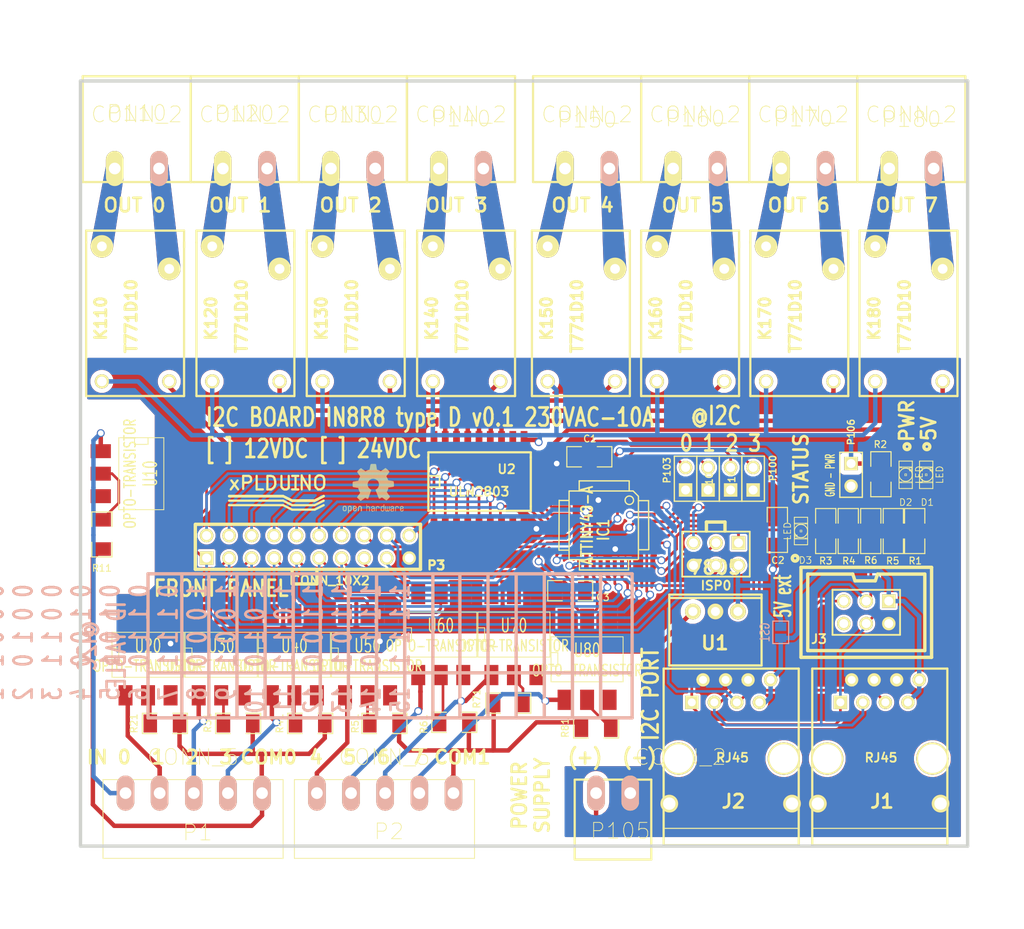
<source format=kicad_pcb>
(kicad_pcb (version 3) (host pcbnew "(2013-mar-13)-testing")
  (title_block (title "4in4out I2C board") (rev 0) (company "XPLDUINO project") (comment 1 "GNU GPL v2") (comment 2 "Domotic Open Source "))
  (layers (15 Dessus signal) (0 Dessous signal) (18 B.Paste user hide) (19 F.Paste user) (20 B.SilkS user hide) (21 F.SilkS user) (22 B.Mask user) (23 F.Mask user hide) (28 Edge.Cuts user))
  (net 0 "")
  (net 1 +12V)
  (net 2 +5V)
  (net 3 /230_110_1)
  (net 4 /230_110_2)
  (net 5 /230_120_1)
  (net 6 /230_120_2)
  (net 7 /230_130_1)
  (net 8 /230_130_2)
  (net 9 /230_140_1)
  (net 10 /230_140_2)
  (net 11 /230_150_1)
  (net 12 /230_150_2)
  (net 13 /230_160_1)
  (net 14 /230_160_2)
  (net 15 /230_170_1)
  (net 16 /230_170_2)
  (net 17 /230_180_1)
  (net 18 /230_180_2)
  (net 19 /INT)
  (net 20 5V_EXT)
  (net 21 A0)
  (net 22 A1)
  (net 23 A2)
  (net 24 A3)
  (net 25 CMD0)
  (net 26 CMD1)
  (net 27 CMD2)
  (net 28 CMD3)
  (net 29 CMD4)
  (net 30 CMD5)
  (net 31 CMD6)
  (net 32 CMD7)
  (net 33 COM0)
  (net 34 COM1)
  (net 35 GND)
  (net 36 IN0)
  (net 37 IN1)
  (net 38 IN2)
  (net 39 IN3)
  (net 40 IN4)
  (net 41 IN5)
  (net 42 IN6)
  (net 43 IN7)
  (net 44 LED)
  (net 45 MISO)
  (net 46 MOSI)
  (net 47 N-0000050)
  (net 48 N-0000051)
  (net 49 N-0000052)
  (net 50 N-0000053)
  (net 51 N-0000054)
  (net 52 N-0000055)
  (net 53 N-0000056)
  (net 54 N-0000057)
  (net 55 N-0000058)
  (net 56 N-0000059)
  (net 57 N-0000060)
  (net 58 N-0000061)
  (net 59 N-0000062)
  (net 60 N-0000063)
  (net 61 N-0000064)
  (net 62 N-0000072)
  (net 63 N-0000077)
  (net 64 N-0000079)
  (net 65 N-0000080)
  (net 66 N-0000081)
  (net 67 N-0000084)
  (net 68 N-0000085)
  (net 69 N-0000086)
  (net 70 N-0000087)
  (net 71 N-0000088)
  (net 72 N-0000089)
  (net 73 N-0000090)
  (net 74 N-0000092)
  (net 75 OUT0)
  (net 76 OUT1)
  (net 77 OUT2)
  (net 78 OUT3)
  (net 79 OUT4)
  (net 80 OUT5)
  (net 81 OUT6)
  (net 82 OUT7)
  (net 83 R0)
  (net 84 R1)
  (net 85 R2)
  (net 86 R3)
  (net 87 R4)
  (net 88 R5)
  (net 89 R6)
  (net 90 R7)
  (net 91 RESET)
  (net 92 SCK)
  (net 93 SCL)
  (net 94 SDA)
  (module SOIC18 (layer Dessus) (at 226.568 116.332)
    (fp_text reference U2 (at 3.1115 -1.397) (layer F.SilkS) (effects (font (size 1.016 1.016) (thickness 0.2032))))
    (fp_text value ULN2803 (at 0 1.143) (layer F.SilkS) (effects (font (size 1.016 1.016) (thickness 0.2032))))
    (pad 1 smd rect (at -5.08 4.7) (size 0.762 2) (layers Dessus F.Paste F.Mask) (net 75 OUT0))
    (pad 2 smd rect (at -3.81 4.699) (size 0.762 2) (layers Dessus F.Paste F.Mask) (net 76 OUT1))
    (pad 3 smd rect (at -2.54 4.699) (size 0.762 2) (layers Dessus F.Paste F.Mask) (net 77 OUT2))
    (pad 4 smd rect (at -1.27 4.699) (size 0.762 2) (layers Dessus F.Paste F.Mask) (net 78 OUT3))
    (pad 5 smd rect (at 0 4.699) (size 0.762 2) (layers Dessus F.Paste F.Mask) (net 79 OUT4))
    (pad 6 smd rect (at 1.27 4.699) (size 0.762 2) (layers Dessus F.Paste F.Mask) (net 80 OUT5))
    (pad 7 smd rect (at 2.54 4.699) (size 0.762 2) (layers Dessus F.Paste F.Mask) (net 81 OUT6))
    (pad 8 smd rect (at 3.81 4.699) (size 0.762 2) (layers Dessus F.Paste F.Mask) (net 82 OUT7))
    (pad 9 smd rect (at 5.08 4.699) (size 0.762 2) (layers Dessus F.Paste F.Mask) (net 35 GND))
    (pad 10 smd rect (at 5.08 -4.699) (size 0.762 2) (layers Dessus F.Paste F.Mask) (net 1 +12V))
    (pad 11 smd rect (at 3.81 -4.699) (size 0.762 2) (layers Dessus F.Paste F.Mask) (net 90 R7))
    (pad 12 smd rect (at 2.54 -4.699) (size 0.762 2) (layers Dessus F.Paste F.Mask) (net 89 R6))
    (pad 18 smd rect (at -5.08 -4.7) (size 0.762 2) (layers Dessus F.Paste F.Mask) (net 83 R0))
    (pad 17 smd rect (at -3.81 -4.699) (size 0.762 2) (layers Dessus F.Paste F.Mask) (net 84 R1))
    (pad 16 smd rect (at -2.54 -4.699) (size 0.762 2) (layers Dessus F.Paste F.Mask) (net 85 R2))
    (pad 15 smd rect (at -1.27 -4.699) (size 0.762 2) (layers Dessus F.Paste F.Mask) (net 86 R3))
    (pad 14 smd rect (at 0 -4.699) (size 0.762 2) (layers Dessus F.Paste F.Mask) (net 87 R4))
    (pad 13 smd rect (at 1.27 -4.699) (size 0.762 2) (layers Dessus F.Paste F.Mask) (net 88 R5))
  )
  (module pin_array_10x2 (layer Dessus) (at 209.804 123.698)
    (fp_text reference P3 (at 11.938 2.0955) (layer F.SilkS) (effects (font (size 1.016 1.016) (thickness 0.27432))))
    (fp_text value CONN_10X2 (at 0 3.81) (layer F.SilkS) (effects (font (size 1.016 1.016) (thickness 0.2032))))
    (pad 1 thru_hole rect (at -13.97 1.27) (size 1.524 1.524) (drill 1.016) (layers *.Cu *.Mask F.SilkS) (net 25 CMD0))
    (pad 2 thru_hole circle (at -13.97 -1.27) (size 1.524 1.524) (drill 1.016) (layers *.Cu *.Mask F.SilkS) (net 75 OUT0))
    (pad 3 thru_hole circle (at -11.43 1.27) (size 1.524 1.524) (drill 1.016) (layers *.Cu *.Mask F.SilkS) (net 26 CMD1))
    (pad 4 thru_hole circle (at -11.43 -1.27) (size 1.524 1.524) (drill 1.016) (layers *.Cu *.Mask F.SilkS) (net 76 OUT1))
    (pad 5 thru_hole circle (at -8.89 1.27) (size 1.524 1.524) (drill 1.016) (layers *.Cu *.Mask F.SilkS) (net 27 CMD2))
    (pad 6 thru_hole circle (at -8.89 -1.27) (size 1.524 1.524) (drill 1.016) (layers *.Cu *.Mask F.SilkS) (net 77 OUT2))
    (pad 7 thru_hole circle (at -6.35 1.27) (size 1.524 1.524) (drill 1.016) (layers *.Cu *.Mask F.SilkS) (net 28 CMD3))
    (pad 8 thru_hole circle (at -6.35 -1.27) (size 1.524 1.524) (drill 1.016) (layers *.Cu *.Mask F.SilkS) (net 78 OUT3))
    (pad 9 thru_hole circle (at -3.81 1.27) (size 1.524 1.524) (drill 1.016) (layers *.Cu *.Mask F.SilkS) (net 29 CMD4))
    (pad 10 thru_hole circle (at -3.81 -1.27) (size 1.524 1.524) (drill 1.016) (layers *.Cu *.Mask F.SilkS) (net 79 OUT4))
    (pad 11 thru_hole circle (at -1.27 1.27) (size 1.524 1.524) (drill 1.016) (layers *.Cu *.Mask F.SilkS) (net 30 CMD5))
    (pad 12 thru_hole circle (at -1.27 -1.27) (size 1.524 1.524) (drill 1.016) (layers *.Cu *.Mask F.SilkS) (net 80 OUT5))
    (pad 13 thru_hole circle (at 1.27 1.27) (size 1.524 1.524) (drill 1.016) (layers *.Cu *.Mask F.SilkS) (net 31 CMD6))
    (pad 14 thru_hole circle (at 1.27 -1.27) (size 1.524 1.524) (drill 1.016) (layers *.Cu *.Mask F.SilkS) (net 81 OUT6))
    (pad 15 thru_hole circle (at 3.81 1.27) (size 1.524 1.524) (drill 1.016) (layers *.Cu *.Mask F.SilkS) (net 32 CMD7))
    (pad 16 thru_hole circle (at 3.81 -1.27) (size 1.524 1.524) (drill 1.016) (layers *.Cu *.Mask F.SilkS) (net 82 OUT7))
    (pad 17 thru_hole circle (at 6.35 1.27) (size 1.524 1.524) (drill 1.016) (layers *.Cu *.Mask F.SilkS) (net 91 RESET))
    (pad 18 thru_hole circle (at 6.35 -1.27) (size 1.524 1.524) (drill 1.016) (layers *.Cu *.Mask F.SilkS) (net 44 LED))
    (pad 19 thru_hole circle (at 8.89 1.27) (size 1.524 1.524) (drill 1.016) (layers *.Cu *.Mask F.SilkS) (net 35 GND))
    (pad 20 thru_hole circle (at 8.89 -1.27) (size 1.524 1.524) (drill 1.016) (layers *.Cu *.Mask F.SilkS) (net 2 +5V))
  )
  (module TQFP32 (layer Dessus) (at 240.665 121.285 270)
    (fp_text reference IC1 (at 0.508 0.0635 270) (layer F.SilkS) (effects (font (size 1.27 1.016) (thickness 0.2032))))
    (fp_text value ATTINY48-A (at 0 1.905 270) (layer F.SilkS) (effects (font (size 1.27 1.016) (thickness 0.2032))))
    (pad 8 smd rect (at -4.81584 2.77622 270) (size 1.99898 0.44958) (layers Dessus F.Paste F.Mask) (net 75 OUT0))
    (pad 7 smd rect (at -4.81584 1.97612 270) (size 1.99898 0.44958) (layers Dessus F.Paste F.Mask) (net 76 OUT1))
    (pad 6 smd rect (at -4.81584 1.17602 270) (size 1.99898 0.44958) (layers Dessus F.Paste F.Mask) (net 24 A3))
    (pad 5 smd rect (at -4.81584 0.37592 270) (size 1.99898 0.44958) (layers Dessus F.Paste F.Mask) (net 35 GND))
    (pad 4 smd rect (at -4.81584 -0.42418 270) (size 1.99898 0.44958) (layers Dessus F.Paste F.Mask) (net 2 +5V))
    (pad 3 smd rect (at -4.81584 -1.22428 270) (size 1.99898 0.44958) (layers Dessus F.Paste F.Mask) (net 23 A2))
    (pad 2 smd rect (at -4.81584 -2.02438 270) (size 1.99898 0.44958) (layers Dessus F.Paste F.Mask) (net 22 A1))
    (pad 1 smd rect (at -4.81584 -2.82448 270) (size 1.99898 0.44958) (layers Dessus F.Paste F.Mask) (net 21 A0))
    (pad 24 smd rect (at 4.7498 -2.8194 270) (size 1.99898 0.44958) (layers Dessus F.Paste F.Mask) (net 28 CMD3))
    (pad 17 smd rect (at 4.7498 2.794 270) (size 1.99898 0.44958) (layers Dessus F.Paste F.Mask) (net 92 SCK))
    (pad 18 smd rect (at 4.7498 1.9812 270) (size 1.99898 0.44958) (layers Dessus F.Paste F.Mask) (net 2 +5V))
    (pad 19 smd rect (at 4.7498 1.1684 270) (size 1.99898 0.44958) (layers Dessus F.Paste F.Mask) (net 32 CMD7))
    (pad 20 smd rect (at 4.7498 0.381 270) (size 1.99898 0.44958) (layers Dessus F.Paste F.Mask) (net 31 CMD6))
    (pad 21 smd rect (at 4.7498 -0.4318 270) (size 1.99898 0.44958) (layers Dessus F.Paste F.Mask) (net 35 GND))
    (pad 22 smd rect (at 4.7498 -1.2192 270) (size 1.99898 0.44958) (layers Dessus F.Paste F.Mask) (net 30 CMD5))
    (pad 23 smd rect (at 4.7498 -2.032 270) (size 1.99898 0.44958) (layers Dessus F.Paste F.Mask) (net 29 CMD4))
    (pad 32 smd rect (at -2.82448 -4.826 270) (size 0.44958 1.99898) (layers Dessus F.Paste F.Mask) (net 44 LED))
    (pad 31 smd rect (at -2.02692 -4.826 270) (size 0.44958 1.99898) (layers Dessus F.Paste F.Mask) (net 19 /INT))
    (pad 30 smd rect (at -1.22428 -4.826 270) (size 0.44958 1.99898) (layers Dessus F.Paste F.Mask) (net 25 CMD0))
    (pad 29 smd rect (at -0.42672 -4.826 270) (size 0.44958 1.99898) (layers Dessus F.Paste F.Mask) (net 91 RESET))
    (pad 28 smd rect (at 0.37592 -4.826 270) (size 0.44958 1.99898) (layers Dessus F.Paste F.Mask) (net 93 SCL))
    (pad 27 smd rect (at 1.17348 -4.826 270) (size 0.44958 1.99898) (layers Dessus F.Paste F.Mask) (net 94 SDA))
    (pad 26 smd rect (at 1.97612 -4.826 270) (size 0.44958 1.99898) (layers Dessus F.Paste F.Mask) (net 26 CMD1))
    (pad 25 smd rect (at 2.77368 -4.826 270) (size 0.44958 1.99898) (layers Dessus F.Paste F.Mask) (net 27 CMD2))
    (pad 9 smd rect (at -2.8194 4.7752 270) (size 0.44958 1.99898) (layers Dessus F.Paste F.Mask) (net 77 OUT2))
    (pad 10 smd rect (at -2.032 4.7752 270) (size 0.44958 1.99898) (layers Dessus F.Paste F.Mask) (net 78 OUT3))
    (pad 11 smd rect (at -1.2192 4.7752 270) (size 0.44958 1.99898) (layers Dessus F.Paste F.Mask) (net 79 OUT4))
    (pad 12 smd rect (at -0.4318 4.7752 270) (size 0.44958 1.99898) (layers Dessus F.Paste F.Mask) (net 80 OUT5))
    (pad 13 smd rect (at 0.3556 4.7752 270) (size 0.44958 1.99898) (layers Dessus F.Paste F.Mask) (net 81 OUT6))
    (pad 14 smd rect (at 1.1684 4.7752 270) (size 0.44958 1.99898) (layers Dessus F.Paste F.Mask) (net 82 OUT7))
    (pad 15 smd rect (at 1.9812 4.7752 270) (size 0.44958 1.99898) (layers Dessus F.Paste F.Mask) (net 46 MOSI))
    (pad 16 smd rect (at 2.794 4.7752 270) (size 0.44958 1.99898) (layers Dessus F.Paste F.Mask) (net 45 MISO))
  )
  (module MOL_CONN_5_MINI (layer Dessus) (at 208.28 151.5)
    (fp_text reference P2 (at 8.128 4.329) (layer F.SilkS) (effects (font (size 1.778 1.778) (thickness 0.0889))))
    (fp_text value CONN_5 (at 7.62 -4.064) (layer F.SilkS) (effects (font (size 1.778 1.778) (thickness 0.0889))))
    (pad 1 thru_hole oval (at 0 0) (size 1.9812 3.9624) (drill 1.3208) (layers *.Cu *.SilkS *.Mask F.Paste) (net 40 IN4))
    (pad 2 thru_hole oval (at 3.85 0) (size 1.9812 3.9624) (drill 1.3208) (layers *.Cu *.SilkS *.Mask F.Paste) (net 41 IN5))
    (pad 3 thru_hole oval (at 7.7 0) (size 1.9812 3.9624) (drill 1.3208) (layers *.Cu *.SilkS *.Mask F.Paste) (net 42 IN6))
    (pad 4 thru_hole oval (at 11.55 0) (size 1.9812 3.9624) (drill 1.3208) (layers *.Cu *.SilkS *.Mask F.Paste) (net 43 IN7))
    (pad 5 thru_hole oval (at 15.4 0) (size 1.9812 3.9624) (drill 1.3208) (layers *.Cu *.SilkS *.Mask F.Paste) (net 34 COM1))
  )
  (module MOL_CONN_5_MINI (layer Dessus) (at 186.69 151.5)
    (fp_text reference P1 (at 8.128 4.456) (layer F.SilkS) (effects (font (size 1.778 1.778) (thickness 0.0889))))
    (fp_text value CONN_5 (at 7.62 -4.064) (layer F.SilkS) (effects (font (size 1.778 1.778) (thickness 0.0889))))
    (pad 1 thru_hole oval (at 0 0) (size 1.9812 3.9624) (drill 1.3208) (layers *.Cu *.SilkS *.Mask F.Paste) (net 36 IN0))
    (pad 2 thru_hole oval (at 3.85 0) (size 1.9812 3.9624) (drill 1.3208) (layers *.Cu *.SilkS *.Mask F.Paste) (net 37 IN1))
    (pad 3 thru_hole oval (at 7.7 0) (size 1.9812 3.9624) (drill 1.3208) (layers *.Cu *.SilkS *.Mask F.Paste) (net 38 IN2))
    (pad 4 thru_hole oval (at 11.55 0) (size 1.9812 3.9624) (drill 1.3208) (layers *.Cu *.SilkS *.Mask F.Paste) (net 39 IN3))
    (pad 5 thru_hole oval (at 15.4 0) (size 1.9812 3.9624) (drill 1.3208) (layers *.Cu *.SilkS *.Mask F.Paste) (net 33 COM0))
  )
  (module HE10-6 (layer Dessus) (at 270.256 131.096 180)
    (fp_text reference J3 (at 5.334 -3.016 180) (layer F.SilkS) (effects (font (size 1.016 1.016) (thickness 0.2032))))
    (fp_text value CONN_6 hide)
    (pad 1 thru_hole rect (at -2.54 1.27 180) (size 1.524 1.524) (drill 1.016) (layers *.Cu *.Mask F.SilkS) (net 20 5V_EXT))
    (pad 2 thru_hole circle (at -2.54 -1.27 180) (size 1.524 1.524) (drill 1.016) (layers *.Cu *.Mask F.SilkS) (net 35 GND))
    (pad 3 thru_hole circle (at 0 1.27 180) (size 1.524 1.524) (drill 1.016) (layers *.Cu *.Mask F.SilkS) (net 93 SCL))
    (pad 4 thru_hole circle (at 0 -1.27 180) (size 1.524 1.524) (drill 1.016) (layers *.Cu *.Mask F.SilkS) (net 94 SDA))
    (pad 5 thru_hole circle (at 2.54 1.27 180) (size 1.524 1.524) (drill 1.016) (layers *.Cu *.Mask F.SilkS) (net 19 /INT))
    (pad 6 thru_hole circle (at 2.54 -1.27 180) (size 1.524 1.524) (drill 1.016) (layers *.Cu *.Mask F.SilkS) (net 74 N-0000092))
  )
  (module LED-1206 (layer Dessus) (at 277.0124 115.57 90)
    (fp_text reference D1 (at -3.1115 0.127 180) (layer F.SilkS) (effects (font (size 0.762 0.762) (thickness 0.0889))))
    (fp_text value LED (at 0 1.524 90) (layer F.SilkS) (effects (font (size 0.762 0.762) (thickness 0.0889))))
    (pad 1 smd rect (at -1.41986 0 90) (size 1.59766 1.80086) (layers Dessus F.Paste F.Mask) (net 73 N-0000090))
    (pad 2 smd rect (at 1.41986 0 90) (size 1.59766 1.80086) (layers Dessus F.Paste F.Mask) (net 35 GND))
  )
  (module LED-1206 (layer Dessus) (at 274.701 115.57 90)
    (fp_text reference D2 (at -3.1115 0 180) (layer F.SilkS) (effects (font (size 0.762 0.762) (thickness 0.0889))))
    (fp_text value LED (at 0 1.524 90) (layer F.SilkS) (effects (font (size 0.762 0.762) (thickness 0.0889))))
    (pad 1 smd rect (at -1.41986 0 90) (size 1.59766 1.80086) (layers Dessus F.Paste F.Mask) (net 72 N-0000089))
    (pad 2 smd rect (at 1.41986 0 90) (size 1.59766 1.80086) (layers Dessus F.Paste F.Mask) (net 35 GND))
  )
  (module LED-1206 (layer Dessus) (at 262.89 121.92 270)
    (fp_text reference D3 (at 3.302 -0.508 360) (layer F.SilkS) (effects (font (size 0.762 0.762) (thickness 0.0889))))
    (fp_text value LED (at 0 1.524 270) (layer F.SilkS) (effects (font (size 0.762 0.762) (thickness 0.0889))))
    (pad 1 smd rect (at -1.41986 0 270) (size 1.59766 1.80086) (layers Dessus F.Paste F.Mask) (net 44 LED))
    (pad 2 smd rect (at 1.41986 0 270) (size 1.59766 1.80086) (layers Dessus F.Paste F.Mask) (net 63 N-0000077))
  )
  (module PIN_ARRAY_2X1 (layer Dessus) (at 257.4925 116.0145 90)
    (fp_text reference P100 (at 1.2065 2.2225 90) (layer F.SilkS) (effects (font (size 0.762 0.762) (thickness 0.1524))))
    (fp_text value CONN_2 hide)
    (pad 1 thru_hole rect (at -1.27 0 90) (size 1.524 1.524) (drill 1.016) (layers *.Cu *.Mask F.SilkS) (net 35 GND))
    (pad 2 thru_hole circle (at 1.27 0 90) (size 1.524 1.524) (drill 1.016) (layers *.Cu *.Mask F.SilkS) (net 24 A3))
  )
  (module PIN_ARRAY_2X1 (layer Dessus) (at 254.9525 116.0145 90)
    (fp_text reference P101 (at 0.254 0.127 90) (layer F.SilkS) (effects (font (size 0.762 0.762) (thickness 0.1524))))
    (fp_text value CONN_2 hide)
    (pad 1 thru_hole rect (at -1.27 0 90) (size 1.524 1.524) (drill 1.016) (layers *.Cu *.Mask F.SilkS) (net 35 GND))
    (pad 2 thru_hole circle (at 1.27 0 90) (size 1.524 1.524) (drill 1.016) (layers *.Cu *.Mask F.SilkS) (net 23 A2))
  )
  (module PIN_ARRAY_2X1 (layer Dessus) (at 249.8725 116.0145 90)
    (fp_text reference P103 (at 0.9525 -2.0955 90) (layer F.SilkS) (effects (font (size 0.762 0.762) (thickness 0.1524))))
    (fp_text value CONN_2 hide)
    (pad 1 thru_hole rect (at -1.27 0 90) (size 1.524 1.524) (drill 1.016) (layers *.Cu *.Mask F.SilkS) (net 35 GND))
    (pad 2 thru_hole circle (at 1.27 0 90) (size 1.524 1.524) (drill 1.016) (layers *.Cu *.Mask F.SilkS) (net 21 A0))
  )
  (module PIN_ARRAY_2X1 (layer Dessus) (at 268.5415 115.57 270)
    (fp_text reference P106 (at -4.826 0 270) (layer F.SilkS) (effects (font (size 0.762 0.762) (thickness 0.1524))))
    (fp_text value CONN_2 hide)
    (pad 1 thru_hole rect (at -1.27 0 270) (size 1.524 1.524) (drill 1.016) (layers *.Cu *.Mask F.SilkS) (net 1 +12V))
    (pad 2 thru_hole circle (at 1.27 0 270) (size 1.524 1.524) (drill 1.016) (layers *.Cu *.Mask F.SilkS) (net 35 GND))
  )
  (module PIN_ARRAY_2X1 (layer Dessus) (at 252.4125 116.0145 90)
    (fp_text reference P102 (at 0 0.127 90) (layer F.SilkS) (effects (font (size 0.762 0.762) (thickness 0.1524))))
    (fp_text value CONN_2 hide)
    (pad 1 thru_hole rect (at -1.27 0 90) (size 1.524 1.524) (drill 1.016) (layers *.Cu *.Mask F.SilkS) (net 35 GND))
    (pad 2 thru_hole circle (at 1.27 0 90) (size 1.524 1.524) (drill 1.016) (layers *.Cu *.Mask F.SilkS) (net 22 A1))
  )
  (module SM1206 (layer Dessus) (at 215.9 143.637)
    (fp_text reference R51 (at -3.302 0 90) (layer F.SilkS) (effects (font (size 0.762 0.762) (thickness 0.127))))
    (fp_text value 2KR hide)
    (pad 1 smd rect (at -1.651 0) (size 1.524 2.032) (layers Dessus F.Paste F.Mask) (net 55 N-0000058))
    (pad 2 smd rect (at 1.651 0) (size 1.524 2.032) (layers Dessus F.Paste F.Mask) (net 34 COM1))
  )
  (module SM1206 (layer Dessus) (at 268.224 121.92 90)
    (fp_text reference R4 (at -3.3655 0.0635 360) (layer F.SilkS) (effects (font (size 0.762 0.762) (thickness 0.127))))
    (fp_text value 10KR hide)
    (pad 1 smd rect (at -1.651 0 90) (size 1.524 2.032) (layers Dessus F.Paste F.Mask) (net 2 +5V))
    (pad 2 smd rect (at 1.651 0 90) (size 1.524 2.032) (layers Dessus F.Paste F.Mask) (net 91 RESET))
  )
  (module SM1206 (layer Dessus) (at 265.684 121.92 90)
    (fp_text reference R3 (at -3.3655 0 180) (layer F.SilkS) (effects (font (size 0.762 0.762) (thickness 0.127))))
    (fp_text value 2KR hide)
    (pad 1 smd rect (at -1.651 0 90) (size 1.524 2.032) (layers Dessus F.Paste F.Mask) (net 63 N-0000077))
    (pad 2 smd rect (at 1.651 0 90) (size 1.524 2.032) (layers Dessus F.Paste F.Mask) (net 35 GND))
  )
  (module SM1206 (layer Dessus) (at 260.223 121.793 90)
    (fp_text reference C2 (at -3.429 0.0635 180) (layer F.SilkS) (effects (font (size 0.762 0.762) (thickness 0.127))))
    (fp_text value 0.1uF hide)
    (pad 1 smd rect (at -1.651 0 90) (size 1.524 2.032) (layers Dessus F.Paste F.Mask) (net 2 +5V))
    (pad 2 smd rect (at 1.651 0 90) (size 1.524 2.032) (layers Dessus F.Paste F.Mask) (net 35 GND))
  )
  (module SM1206 (layer Dessus) (at 239.014 113.538 180)
    (fp_text reference C1 (at -0.0635 2.032 180) (layer F.SilkS) (effects (font (size 0.762 0.762) (thickness 0.127))))
    (fp_text value 0.1uF hide)
    (pad 1 smd rect (at -1.651 0 180) (size 1.524 2.032) (layers Dessus F.Paste F.Mask) (net 2 +5V))
    (pad 2 smd rect (at 1.651 0 180) (size 1.524 2.032) (layers Dessus F.Paste F.Mask) (net 35 GND))
  )
  (module SM1206 (layer Dessus) (at 271.907 115.5065 270)
    (fp_text reference R2 (at -3.3655 0.0635 360) (layer F.SilkS) (effects (font (size 0.762 0.762) (thickness 0.127))))
    (fp_text value 4.7KR hide)
    (pad 1 smd rect (at -1.651 0 270) (size 1.524 2.032) (layers Dessus F.Paste F.Mask) (net 1 +12V))
    (pad 2 smd rect (at 1.651 0 270) (size 1.524 2.032) (layers Dessus F.Paste F.Mask) (net 72 N-0000089))
  )
  (module SM1206 (layer Dessus) (at 199.39 143.637)
    (fp_text reference R31 (at -3.429 -0.0635 90) (layer F.SilkS) (effects (font (size 0.762 0.762) (thickness 0.127))))
    (fp_text value 2KR hide)
    (pad 1 smd rect (at -1.651 0) (size 1.524 2.032) (layers Dessus F.Paste F.Mask) (net 62 N-0000072))
    (pad 2 smd rect (at 1.651 0) (size 1.524 2.032) (layers Dessus F.Paste F.Mask) (net 33 COM0))
  )
  (module SM1206 (layer Dessus) (at 275.717 121.92 90)
    (fp_text reference R1 (at -3.3655 0.0635 180) (layer F.SilkS) (effects (font (size 0.762 0.762) (thickness 0.127))))
    (fp_text value 2KR hide)
    (pad 1 smd rect (at -1.651 0 90) (size 1.524 2.032) (layers Dessus F.Paste F.Mask) (net 2 +5V))
    (pad 2 smd rect (at 1.651 0 90) (size 1.524 2.032) (layers Dessus F.Paste F.Mask) (net 73 N-0000090))
  )
  (module SM1206 (layer Dessus) (at 191.135 143.637)
    (fp_text reference R21 (at -3.4925 0 90) (layer F.SilkS) (effects (font (size 0.762 0.762) (thickness 0.127))))
    (fp_text value 2KR hide)
    (pad 1 smd rect (at -1.651 0) (size 1.524 2.032) (layers Dessus F.Paste F.Mask) (net 67 N-0000084))
    (pad 2 smd rect (at 1.651 0) (size 1.524 2.032) (layers Dessus F.Paste F.Mask) (net 33 COM0))
  )
  (module SM1206 (layer Dessus) (at 207.518 143.637)
    (fp_text reference R41 (at -3.429 0 90) (layer F.SilkS) (effects (font (size 0.762 0.762) (thickness 0.127))))
    (fp_text value 2KR hide)
    (pad 1 smd rect (at -1.651 0) (size 1.524 2.032) (layers Dessus F.Paste F.Mask) (net 56 N-0000059))
    (pad 2 smd rect (at 1.651 0) (size 1.524 2.032) (layers Dessus F.Paste F.Mask) (net 33 COM0))
  )
  (module SM1206 (layer Dessus) (at 239.776 144.145 180)
    (fp_text reference R81 (at 3.4925 0 270) (layer F.SilkS) (effects (font (size 0.762 0.762) (thickness 0.127))))
    (fp_text value 2KR hide)
    (pad 1 smd rect (at -1.651 0 180) (size 1.524 2.032) (layers Dessus F.Paste F.Mask) (net 52 N-0000055))
    (pad 2 smd rect (at 1.651 0 180) (size 1.524 2.032) (layers Dessus F.Paste F.Mask) (net 34 COM1))
  )
  (module SM1206 (layer Dessus) (at 223.774 143.51)
    (fp_text reference R61 (at -3.429 0.1905 90) (layer F.SilkS) (effects (font (size 0.762 0.762) (thickness 0.127))))
    (fp_text value 2KR hide)
    (pad 1 smd rect (at -1.651 0) (size 1.524 2.032) (layers Dessus F.Paste F.Mask) (net 48 N-0000051))
    (pad 2 smd rect (at 1.651 0) (size 1.524 2.032) (layers Dessus F.Paste F.Mask) (net 34 COM1))
  )
  (module SM1206 (layer Dessus) (at 229.87 141.351 180)
    (fp_text reference R71 (at 3.556 0.508 270) (layer F.SilkS) (effects (font (size 0.762 0.762) (thickness 0.127))))
    (fp_text value 2KR hide)
    (pad 1 smd rect (at -1.651 0 180) (size 1.524 2.032) (layers Dessus F.Paste F.Mask) (net 49 N-0000052))
    (pad 2 smd rect (at 1.651 0 180) (size 1.524 2.032) (layers Dessus F.Paste F.Mask) (net 34 COM1))
  )
  (module pin_array_3x2 (layer Dessus) (at 253.3015 124.5235 180)
    (fp_text reference ISP0 (at 0 -3.556 180) (layer F.SilkS) (effects (font (size 1.016 1.016) (thickness 0.2032))))
    (fp_text value CONN_3X2 hide)
    (pad 1 thru_hole rect (at -2.54 1.27 180) (size 1.524 1.524) (drill 1.016) (layers *.Cu *.Mask F.SilkS) (net 45 MISO))
    (pad 2 thru_hole circle (at -2.54 -1.27 180) (size 1.524 1.524) (drill 1.016) (layers *.Cu *.Mask F.SilkS) (net 2 +5V))
    (pad 3 thru_hole circle (at 0 1.27 180) (size 1.524 1.524) (drill 1.016) (layers *.Cu *.Mask F.SilkS) (net 92 SCK))
    (pad 4 thru_hole circle (at 0 -1.27 180) (size 1.524 1.524) (drill 1.016) (layers *.Cu *.Mask F.SilkS) (net 46 MOSI))
    (pad 5 thru_hole circle (at 2.54 1.27 180) (size 1.524 1.524) (drill 1.016) (layers *.Cu *.Mask F.SilkS) (net 91 RESET))
    (pad 6 thru_hole circle (at 2.54 -1.27 180) (size 1.524 1.524) (drill 1.016) (layers *.Cu *.Mask F.SilkS) (net 35 GND))
  )
  (module SM1206 (layer Dessus) (at 184.023 122.301 270)
    (fp_text reference R11 (at 3.81 0 360) (layer F.SilkS) (effects (font (size 0.762 0.762) (thickness 0.127))))
    (fp_text value 2KR hide)
    (pad 1 smd rect (at -1.651 0 270) (size 1.524 2.032) (layers Dessus F.Paste F.Mask) (net 64 N-0000079))
    (pad 2 smd rect (at 1.651 0 270) (size 1.524 2.032) (layers Dessus F.Paste F.Mask) (net 33 COM0))
  )
  (module SM1206 (layer Dessus) (at 273.304 121.92 270)
    (fp_text reference R5 (at 3.3655 0.0635 360) (layer F.SilkS) (effects (font (size 0.762 0.762) (thickness 0.127))))
    (fp_text value 10KR hide)
    (pad 1 smd rect (at -1.651 0 270) (size 1.524 2.032) (layers Dessus F.Paste F.Mask) (net 2 +5V))
    (pad 2 smd rect (at 1.651 0 270) (size 1.524 2.032) (layers Dessus F.Paste F.Mask) (net 94 SDA))
  )
  (module SM1206 (layer Dessus) (at 270.764 121.92 270)
    (fp_text reference R6 (at 3.302 0 360) (layer F.SilkS) (effects (font (size 0.762 0.762) (thickness 0.127))))
    (fp_text value 10KR hide)
    (pad 1 smd rect (at -1.651 0 270) (size 1.524 2.032) (layers Dessus F.Paste F.Mask) (net 2 +5V))
    (pad 2 smd rect (at 1.651 0 270) (size 1.524 2.032) (layers Dessus F.Paste F.Mask) (net 93 SCL))
  )
  (module MOL_CONN_2_MINI (layer Dessus) (at 241.681 151.5)
    (fp_text reference P105 (at 0.8255 4.2655) (layer F.SilkS) (effects (font (size 1.778 1.778) (thickness 0.0889))))
    (fp_text value CONN_2 (at 7.62 -4.064) (layer F.SilkS) (effects (font (size 1.778 1.778) (thickness 0.0889))))
    (pad 1 thru_hole oval (at -1.905 0) (size 1.9812 3.9624) (drill 1.3208) (layers *.Cu *.SilkS *.Mask F.Paste) (net 1 +12V))
    (pad 2 thru_hole oval (at 1.945 0) (size 1.9812 3.9624) (drill 1.3208) (layers *.Cu *.SilkS *.Mask F.Paste) (net 35 GND))
  )
  (module SM1206 (layer Dessus) (at 236.855 128.651 180)
    (fp_text reference C3 (at -3.683 -0.762 360) (layer F.SilkS) (effects (font (size 0.762 0.762) (thickness 0.127))))
    (fp_text value 4.7uF hide)
    (pad 1 smd rect (at -1.651 0 180) (size 1.524 2.032) (layers Dessus F.Paste F.Mask) (net 2 +5V))
    (pad 2 smd rect (at 1.651 0 180) (size 1.524 2.032) (layers Dessus F.Paste F.Mask) (net 35 GND))
  )
  (module T771D10 (layer Dessus) (at 184.023 105.029 90)
    (fp_text reference K110 (at 7.112 -0.127 90) (layer F.SilkS) (effects (font (size 1.27 1.27) (thickness 0.3175))))
    (fp_text value T771D10 (at 7.366 3.302 90) (layer F.SilkS) (effects (font (size 1.27 1.27) (thickness 0.3175))))
    (pad 1 thru_hole circle (at 0 0 90) (size 1.6002 1.6002) (drill 1.09982) (layers *.Cu *.Mask F.SilkS) (net 1 +12V))
    (pad 2 thru_hole circle (at 0 7.6 90) (size 1.6002 1.6002) (drill 1.09982) (layers *.Cu *.Mask F.SilkS) (net 83 R0))
    (pad 3 thru_hole circle (at 12.7 7.6 90) (size 2.54 2.54) (drill 1.09982) (layers *.Cu *.Mask F.SilkS) (net 3 /230_110_1))
    (pad 4 thru_hole circle (at 15.24 0 90) (size 2.54 2.54) (drill 1.09982) (layers *.Cu *.Mask F.SilkS) (net 4 /230_110_2))
  )
  (module T771D10 (layer Dessus) (at 196.469 105.029 90)
    (fp_text reference K120 (at 7.112 -0.127 90) (layer F.SilkS) (effects (font (size 1.27 1.27) (thickness 0.3175))))
    (fp_text value T771D10 (at 7.366 3.302 90) (layer F.SilkS) (effects (font (size 1.27 1.27) (thickness 0.3175))))
    (pad 1 thru_hole circle (at 0 0 90) (size 1.6002 1.6002) (drill 1.09982) (layers *.Cu *.Mask F.SilkS) (net 1 +12V))
    (pad 2 thru_hole circle (at 0 7.6 90) (size 1.6002 1.6002) (drill 1.09982) (layers *.Cu *.Mask F.SilkS) (net 84 R1))
    (pad 3 thru_hole circle (at 12.7 7.6 90) (size 2.54 2.54) (drill 1.09982) (layers *.Cu *.Mask F.SilkS) (net 5 /230_120_1))
    (pad 4 thru_hole circle (at 15.24 0 90) (size 2.54 2.54) (drill 1.09982) (layers *.Cu *.Mask F.SilkS) (net 6 /230_120_2))
  )
  (module T771D10 (layer Dessus) (at 208.915 105.029 90)
    (fp_text reference K130 (at 7.112 -0.127 90) (layer F.SilkS) (effects (font (size 1.27 1.27) (thickness 0.3175))))
    (fp_text value T771D10 (at 7.366 3.302 90) (layer F.SilkS) (effects (font (size 1.27 1.27) (thickness 0.3175))))
    (pad 1 thru_hole circle (at 0 0 90) (size 1.6002 1.6002) (drill 1.09982) (layers *.Cu *.Mask F.SilkS) (net 1 +12V))
    (pad 2 thru_hole circle (at 0 7.6 90) (size 1.6002 1.6002) (drill 1.09982) (layers *.Cu *.Mask F.SilkS) (net 85 R2))
    (pad 3 thru_hole circle (at 12.7 7.6 90) (size 2.54 2.54) (drill 1.09982) (layers *.Cu *.Mask F.SilkS) (net 7 /230_130_1))
    (pad 4 thru_hole circle (at 15.24 0 90) (size 2.54 2.54) (drill 1.09982) (layers *.Cu *.Mask F.SilkS) (net 8 /230_130_2))
  )
  (module T771D10 (layer Dessus) (at 221.361 105.029 90)
    (fp_text reference K140 (at 7.112 -0.127 90) (layer F.SilkS) (effects (font (size 1.27 1.27) (thickness 0.3175))))
    (fp_text value T771D10 (at 7.366 3.302 90) (layer F.SilkS) (effects (font (size 1.27 1.27) (thickness 0.3175))))
    (pad 1 thru_hole circle (at 0 0 90) (size 1.6002 1.6002) (drill 1.09982) (layers *.Cu *.Mask F.SilkS) (net 1 +12V))
    (pad 2 thru_hole circle (at 0 7.6 90) (size 1.6002 1.6002) (drill 1.09982) (layers *.Cu *.Mask F.SilkS) (net 86 R3))
    (pad 3 thru_hole circle (at 12.7 7.6 90) (size 2.54 2.54) (drill 1.09982) (layers *.Cu *.Mask F.SilkS) (net 9 /230_140_1))
    (pad 4 thru_hole circle (at 15.24 0 90) (size 2.54 2.54) (drill 1.09982) (layers *.Cu *.Mask F.SilkS) (net 10 /230_140_2))
  )
  (module MOL_CONN_2_H (layer Dessus) (at 187.96 81 180)
    (fp_text reference P110 (at 0 6.2605 180) (layer F.SilkS) (effects (font (size 1.778 1.778) (thickness 0.0889))))
    (fp_text value CONN_2 (at 0 6.096 180) (layer F.SilkS) (effects (font (size 1.778 1.778) (thickness 0.0889))))
    (pad 1 thru_hole oval (at -2.5146 0 180) (size 1.9812 3.9624) (drill 1.3208) (layers *.Cu *.SilkS *.Mask F.Paste) (net 3 /230_110_1))
    (pad 2 thru_hole oval (at 2.4892 0 180) (size 1.9812 3.9624) (drill 1.3208) (layers *.Cu *.Mask F.Paste F.SilkS) (net 4 /230_110_2))
  )
  (module MOL_CONN_2_H (layer Dessus) (at 200.152 81 180)
    (fp_text reference P120 (at 0.0635 6.197 180) (layer F.SilkS) (effects (font (size 1.778 1.778) (thickness 0.0889))))
    (fp_text value CONN_2 (at 0 6.096 180) (layer F.SilkS) (effects (font (size 1.778 1.778) (thickness 0.0889))))
    (pad 1 thru_hole oval (at -2.5146 0 180) (size 1.9812 3.9624) (drill 1.3208) (layers *.Cu *.SilkS *.Mask F.Paste) (net 5 /230_120_1))
    (pad 2 thru_hole oval (at 2.4892 0 180) (size 1.9812 3.9624) (drill 1.3208) (layers *.Cu *.Mask F.Paste F.SilkS) (net 6 /230_120_2))
  )
  (module MOL_CONN_2_H (layer Dessus) (at 212.344 81 180)
    (fp_text reference P130 (at 0 6.07 180) (layer F.SilkS) (effects (font (size 1.778 1.778) (thickness 0.0889))))
    (fp_text value CONN_2 (at 0 6.096 180) (layer F.SilkS) (effects (font (size 1.778 1.778) (thickness 0.0889))))
    (pad 1 thru_hole oval (at -2.5146 0 180) (size 1.9812 3.9624) (drill 1.3208) (layers *.Cu *.SilkS *.Mask F.Paste) (net 7 /230_130_1))
    (pad 2 thru_hole oval (at 2.4892 0 180) (size 1.9812 3.9624) (drill 1.3208) (layers *.Cu *.Mask F.Paste F.SilkS) (net 8 /230_130_2))
  )
  (module MOL_CONN_2_H (layer Dessus) (at 224.536 81 180)
    (fp_text reference P140 (at 0 5.6255 180) (layer F.SilkS) (effects (font (size 1.778 1.778) (thickness 0.0889))))
    (fp_text value CONN_2 (at 0 6.096 180) (layer F.SilkS) (effects (font (size 1.778 1.778) (thickness 0.0889))))
    (pad 1 thru_hole oval (at -2.5146 0 180) (size 1.9812 3.9624) (drill 1.3208) (layers *.Cu *.SilkS *.Mask F.Paste) (net 9 /230_140_1))
    (pad 2 thru_hole oval (at 2.4892 0 180) (size 1.9812 3.9624) (drill 1.3208) (layers *.Cu *.Mask F.Paste F.SilkS) (net 10 /230_140_2))
  )
  (module MOL_CONN_2_H (layer Dessus) (at 238.76 81 180)
    (fp_text reference P150 (at 0 5.4985 180) (layer F.SilkS) (effects (font (size 1.778 1.778) (thickness 0.0889))))
    (fp_text value CONN_2 (at 0 6.096 180) (layer F.SilkS) (effects (font (size 1.778 1.778) (thickness 0.0889))))
    (pad 1 thru_hole oval (at -2.5146 0 180) (size 1.9812 3.9624) (drill 1.3208) (layers *.Cu *.SilkS *.Mask F.Paste) (net 11 /230_150_1))
    (pad 2 thru_hole oval (at 2.4892 0 180) (size 1.9812 3.9624) (drill 1.3208) (layers *.Cu *.Mask F.Paste F.SilkS) (net 12 /230_150_2))
  )
  (module MOL_CONN_2_H (layer Dessus) (at 250.952 81 180)
    (fp_text reference P160 (at 0 5.6255 180) (layer F.SilkS) (effects (font (size 1.778 1.778) (thickness 0.0889))))
    (fp_text value CONN_2 (at 0 6.096 180) (layer F.SilkS) (effects (font (size 1.778 1.778) (thickness 0.0889))))
    (pad 1 thru_hole oval (at -2.5146 0 180) (size 1.9812 3.9624) (drill 1.3208) (layers *.Cu *.SilkS *.Mask F.Paste) (net 13 /230_160_1))
    (pad 2 thru_hole oval (at 2.4892 0 180) (size 1.9812 3.9624) (drill 1.3208) (layers *.Cu *.Mask F.Paste F.SilkS) (net 14 /230_160_2))
  )
  (module MOL_CONN_2_H (layer Dessus) (at 263.144 81 180)
    (fp_text reference P170 (at 0 5.6255 180) (layer F.SilkS) (effects (font (size 1.778 1.778) (thickness 0.0889))))
    (fp_text value CONN_2 (at 0 6.096 180) (layer F.SilkS) (effects (font (size 1.778 1.778) (thickness 0.0889))))
    (pad 1 thru_hole oval (at -2.5146 0 180) (size 1.9812 3.9624) (drill 1.3208) (layers *.Cu *.SilkS *.Mask F.Paste) (net 15 /230_170_1))
    (pad 2 thru_hole oval (at 2.4892 0 180) (size 1.9812 3.9624) (drill 1.3208) (layers *.Cu *.Mask F.Paste F.SilkS) (net 16 /230_170_2))
  )
  (module MOL_CONN_2_H (layer Dessus) (at 275.336 81 180)
    (fp_text reference P180 (at 0 5.562 180) (layer F.SilkS) (effects (font (size 1.778 1.778) (thickness 0.0889))))
    (fp_text value CONN_2 (at 0 6.096 180) (layer F.SilkS) (effects (font (size 1.778 1.778) (thickness 0.0889))))
    (pad 1 thru_hole oval (at -2.5146 0 180) (size 1.9812 3.9624) (drill 1.3208) (layers *.Cu *.SilkS *.Mask F.Paste) (net 17 /230_180_1))
    (pad 2 thru_hole oval (at 2.4892 0 180) (size 1.9812 3.9624) (drill 1.3208) (layers *.Cu *.Mask F.Paste F.SilkS) (net 18 /230_180_2))
  )
  (module T771D10 (layer Dessus) (at 271.272 105.029 90)
    (fp_text reference K180 (at 7.112 -0.127 90) (layer F.SilkS) (effects (font (size 1.27 1.27) (thickness 0.3175))))
    (fp_text value T771D10 (at 7.366 3.302 90) (layer F.SilkS) (effects (font (size 1.27 1.27) (thickness 0.3175))))
    (pad 1 thru_hole circle (at 0 0 90) (size 1.6002 1.6002) (drill 1.09982) (layers *.Cu *.Mask F.SilkS) (net 1 +12V))
    (pad 2 thru_hole circle (at 0 7.6 90) (size 1.6002 1.6002) (drill 1.09982) (layers *.Cu *.Mask F.SilkS) (net 90 R7))
    (pad 3 thru_hole circle (at 12.7 7.6 90) (size 2.54 2.54) (drill 1.09982) (layers *.Cu *.Mask F.SilkS) (net 17 /230_180_1))
    (pad 4 thru_hole circle (at 15.24 0 90) (size 2.54 2.54) (drill 1.09982) (layers *.Cu *.Mask F.SilkS) (net 18 /230_180_2))
  )
  (module T771D10 (layer Dessus) (at 258.953 105.029 90)
    (fp_text reference K170 (at 7.112 -0.127 90) (layer F.SilkS) (effects (font (size 1.27 1.27) (thickness 0.3175))))
    (fp_text value T771D10 (at 7.366 3.302 90) (layer F.SilkS) (effects (font (size 1.27 1.27) (thickness 0.3175))))
    (pad 1 thru_hole circle (at 0 0 90) (size 1.6002 1.6002) (drill 1.09982) (layers *.Cu *.Mask F.SilkS) (net 1 +12V))
    (pad 2 thru_hole circle (at 0 7.6 90) (size 1.6002 1.6002) (drill 1.09982) (layers *.Cu *.Mask F.SilkS) (net 89 R6))
    (pad 3 thru_hole circle (at 12.7 7.6 90) (size 2.54 2.54) (drill 1.09982) (layers *.Cu *.Mask F.SilkS) (net 15 /230_170_1))
    (pad 4 thru_hole circle (at 15.24 0 90) (size 2.54 2.54) (drill 1.09982) (layers *.Cu *.Mask F.SilkS) (net 16 /230_170_2))
  )
  (module T771D10 (layer Dessus) (at 246.634 105.029 90)
    (fp_text reference K160 (at 7.112 -0.127 90) (layer F.SilkS) (effects (font (size 1.27 1.27) (thickness 0.3175))))
    (fp_text value T771D10 (at 7.366 3.302 90) (layer F.SilkS) (effects (font (size 1.27 1.27) (thickness 0.3175))))
    (pad 1 thru_hole circle (at 0 0 90) (size 1.6002 1.6002) (drill 1.09982) (layers *.Cu *.Mask F.SilkS) (net 1 +12V))
    (pad 2 thru_hole circle (at 0 7.6 90) (size 1.6002 1.6002) (drill 1.09982) (layers *.Cu *.Mask F.SilkS) (net 88 R5))
    (pad 3 thru_hole circle (at 12.7 7.6 90) (size 2.54 2.54) (drill 1.09982) (layers *.Cu *.Mask F.SilkS) (net 13 /230_160_1))
    (pad 4 thru_hole circle (at 15.24 0 90) (size 2.54 2.54) (drill 1.09982) (layers *.Cu *.Mask F.SilkS) (net 14 /230_160_2))
  )
  (module T771D10 (layer Dessus) (at 234.315 105.029 90)
    (fp_text reference K150 (at 7.112 -0.127 90) (layer F.SilkS) (effects (font (size 1.27 1.27) (thickness 0.3175))))
    (fp_text value T771D10 (at 7.366 3.302 90) (layer F.SilkS) (effects (font (size 1.27 1.27) (thickness 0.3175))))
    (pad 1 thru_hole circle (at 0 0 90) (size 1.6002 1.6002) (drill 1.09982) (layers *.Cu *.Mask F.SilkS) (net 1 +12V))
    (pad 2 thru_hole circle (at 0 7.6 90) (size 1.6002 1.6002) (drill 1.09982) (layers *.Cu *.Mask F.SilkS) (net 87 R4))
    (pad 3 thru_hole circle (at 12.7 7.6 90) (size 2.54 2.54) (drill 1.09982) (layers *.Cu *.Mask F.SilkS) (net 11 /230_150_1))
    (pad 4 thru_hole circle (at 15.24 0 90) (size 2.54 2.54) (drill 1.09982) (layers *.Cu *.Mask F.SilkS) (net 12 /230_150_2))
  )
  (module RJ45_BASIC (layer Dessus) (at 255.016 147.606)
    (fp_text reference J2 (at 0.254 4.826) (layer F.SilkS) (effects (font (thickness 0.3048))))
    (fp_text value RJ45 (at 0.14224 -0.1016) (layer F.SilkS) (effects (font (size 1.00076 1.00076) (thickness 0.2032))))
    (pad Hole thru_hole circle (at 5.93852 0) (size 3.64998 3.64998) (drill 3.2512) (layers *.Cu *.Mask F.SilkS))
    (pad Hole thru_hole circle (at -5.9309 0) (size 3.64998 3.64998) (drill 3.2512) (layers *.Cu *.Mask F.SilkS))
    (pad 1 thru_hole rect (at -4.445 -6.35) (size 1.50114 1.50114) (drill 0.89916) (layers *.Cu *.Mask F.SilkS) (net 94 SDA))
    (pad 2 thru_hole circle (at -3.175 -8.89) (size 1.50114 1.50114) (drill 0.89916) (layers *.Cu *.Mask F.SilkS) (net 35 GND))
    (pad 3 thru_hole circle (at -1.905 -6.35) (size 1.50114 1.50114) (drill 0.89916) (layers *.Cu *.Mask F.SilkS) (net 93 SCL))
    (pad 4 thru_hole circle (at -0.635 -8.89) (size 1.50114 1.50114) (drill 0.89916) (layers *.Cu *.Mask F.SilkS) (net 35 GND))
    (pad 5 thru_hole circle (at 0.635 -6.35) (size 1.50114 1.50114) (drill 0.89916) (layers *.Cu *.Mask F.SilkS) (net 19 /INT))
    (pad 6 thru_hole circle (at 1.905 -8.89) (size 1.50114 1.50114) (drill 0.89916) (layers *.Cu *.Mask F.SilkS) (net 35 GND))
    (pad 7 thru_hole circle (at 3.175 -6.35) (size 1.50114 1.50114) (drill 0.89916) (layers *.Cu *.Mask F.SilkS) (net 20 5V_EXT))
    (pad 8 thru_hole circle (at 4.445 -8.89) (size 1.50114 1.50114) (drill 0.89916) (layers *.Cu *.Mask F.SilkS) (net 20 5V_EXT))
    (pad 9 thru_hole circle (at -6.985 5.08) (size 2 2) (drill 1.4) (layers *.Cu *.Mask F.SilkS) (net 35 GND))
    (pad 9 thru_hole circle (at 6.858 5.08) (size 2 2) (drill 1.4) (layers *.Cu *.Mask F.SilkS) (net 35 GND))
  )
  (module RJ45_BASIC (layer Dessus) (at 271.78 147.606)
    (fp_text reference J1 (at 0.254 4.826) (layer F.SilkS) (effects (font (thickness 0.3048))))
    (fp_text value RJ45 (at 0.14224 -0.1016) (layer F.SilkS) (effects (font (size 1.00076 1.00076) (thickness 0.2032))))
    (pad Hole thru_hole circle (at 5.93852 0) (size 3.64998 3.64998) (drill 3.2512) (layers *.Cu *.Mask F.SilkS))
    (pad Hole thru_hole circle (at -5.9309 0) (size 3.64998 3.64998) (drill 3.2512) (layers *.Cu *.Mask F.SilkS))
    (pad 1 thru_hole rect (at -4.445 -6.35) (size 1.50114 1.50114) (drill 0.89916) (layers *.Cu *.Mask F.SilkS) (net 94 SDA))
    (pad 2 thru_hole circle (at -3.175 -8.89) (size 1.50114 1.50114) (drill 0.89916) (layers *.Cu *.Mask F.SilkS) (net 35 GND))
    (pad 3 thru_hole circle (at -1.905 -6.35) (size 1.50114 1.50114) (drill 0.89916) (layers *.Cu *.Mask F.SilkS) (net 93 SCL))
    (pad 4 thru_hole circle (at -0.635 -8.89) (size 1.50114 1.50114) (drill 0.89916) (layers *.Cu *.Mask F.SilkS) (net 35 GND))
    (pad 5 thru_hole circle (at 0.635 -6.35) (size 1.50114 1.50114) (drill 0.89916) (layers *.Cu *.Mask F.SilkS) (net 19 /INT))
    (pad 6 thru_hole circle (at 1.905 -8.89) (size 1.50114 1.50114) (drill 0.89916) (layers *.Cu *.Mask F.SilkS) (net 35 GND))
    (pad 7 thru_hole circle (at 3.175 -6.35) (size 1.50114 1.50114) (drill 0.89916) (layers *.Cu *.Mask F.SilkS) (net 20 5V_EXT))
    (pad 8 thru_hole circle (at 4.445 -8.89) (size 1.50114 1.50114) (drill 0.89916) (layers *.Cu *.Mask F.SilkS) (net 20 5V_EXT))
    (pad 9 thru_hole circle (at -6.985 5.08) (size 2 2) (drill 1.4) (layers *.Cu *.Mask F.SilkS) (net 35 GND))
    (pad 9 thru_hole circle (at 6.858 5.08) (size 2 2) (drill 1.4) (layers *.Cu *.Mask F.SilkS) (net 35 GND))
  )
  (module CMS-6 (layer Dessus) (at 188.468 115.443 270)
    (fp_text reference U10 (at 0 -1.016 270) (layer F.SilkS) (effects (font (size 1.524 1.016) (thickness 0.1524))))
    (fp_text value OPTO-TRANSISTOR (at 0 1.27 270) (layer F.SilkS) (effects (font (size 1.27 0.889) (thickness 0.1524))))
    (pad 1 smd rect (at -2.54 4.572 270) (size 1.5748 2.286) (layers Dessus F.Paste F.Mask) (net 36 IN0))
    (pad 2 smd rect (at 0 4.572 270) (size 1.5748 2.286) (layers Dessus F.Paste F.Mask) (net 64 N-0000079))
    (pad 3 smd rect (at 2.54 4.572 270) (size 1.5748 2.286) (layers Dessus F.Paste F.Mask) (net 65 N-0000080))
    (pad 4 smd rect (at 2.667 -4.572 270) (size 1.5748 2.286) (layers Dessus F.Paste F.Mask) (net 35 GND))
    (pad 5 smd rect (at 0 -4.572 270) (size 1.5748 2.286) (layers Dessus F.Paste F.Mask) (net 25 CMD0))
    (pad 6 smd rect (at -2.54 -4.572 270) (size 1.5748 2.286) (layers Dessus F.Paste F.Mask) (net 66 N-0000081))
  )
  (module CMS-6 (layer Dessus) (at 189.23 135.89)
    (fp_text reference U20 (at 0 -1.016) (layer F.SilkS) (effects (font (size 1.524 1.016) (thickness 0.1524))))
    (fp_text value OPTO-TRANSISTOR (at 0 1.27) (layer F.SilkS) (effects (font (size 1.27 0.889) (thickness 0.1524))))
    (pad 1 smd rect (at -2.54 4.572) (size 1.5748 2.286) (layers Dessus F.Paste F.Mask) (net 37 IN1))
    (pad 2 smd rect (at 0 4.572) (size 1.5748 2.286) (layers Dessus F.Paste F.Mask) (net 67 N-0000084))
    (pad 3 smd rect (at 2.54 4.572) (size 1.5748 2.286) (layers Dessus F.Paste F.Mask) (net 68 N-0000085))
    (pad 4 smd rect (at 2.667 -4.572) (size 1.5748 2.286) (layers Dessus F.Paste F.Mask) (net 35 GND))
    (pad 5 smd rect (at 0 -4.572) (size 1.5748 2.286) (layers Dessus F.Paste F.Mask) (net 26 CMD1))
    (pad 6 smd rect (at -2.54 -4.572) (size 1.5748 2.286) (layers Dessus F.Paste F.Mask) (net 69 N-0000086))
  )
  (module CMS-6 (layer Dessus) (at 197.485 135.89)
    (fp_text reference U30 (at 0 -1.016) (layer F.SilkS) (effects (font (size 1.524 1.016) (thickness 0.1524))))
    (fp_text value OPTO-TRANSISTOR (at 0 1.27) (layer F.SilkS) (effects (font (size 1.27 0.889) (thickness 0.1524))))
    (pad 1 smd rect (at -2.54 4.572) (size 1.5748 2.286) (layers Dessus F.Paste F.Mask) (net 38 IN2))
    (pad 2 smd rect (at 0 4.572) (size 1.5748 2.286) (layers Dessus F.Paste F.Mask) (net 62 N-0000072))
    (pad 3 smd rect (at 2.54 4.572) (size 1.5748 2.286) (layers Dessus F.Paste F.Mask) (net 70 N-0000087))
    (pad 4 smd rect (at 2.667 -4.572) (size 1.5748 2.286) (layers Dessus F.Paste F.Mask) (net 35 GND))
    (pad 5 smd rect (at 0 -4.572) (size 1.5748 2.286) (layers Dessus F.Paste F.Mask) (net 27 CMD2))
    (pad 6 smd rect (at -2.54 -4.572) (size 1.5748 2.286) (layers Dessus F.Paste F.Mask) (net 71 N-0000088))
  )
  (module CMS-6 (layer Dessus) (at 205.74 135.89)
    (fp_text reference U40 (at 0 -1.016) (layer F.SilkS) (effects (font (size 1.524 1.016) (thickness 0.1524))))
    (fp_text value OPTO-TRANSISTOR (at 0 1.27) (layer F.SilkS) (effects (font (size 1.27 0.889) (thickness 0.1524))))
    (pad 1 smd rect (at -2.54 4.572) (size 1.5748 2.286) (layers Dessus F.Paste F.Mask) (net 39 IN3))
    (pad 2 smd rect (at 0 4.572) (size 1.5748 2.286) (layers Dessus F.Paste F.Mask) (net 56 N-0000059))
    (pad 3 smd rect (at 2.54 4.572) (size 1.5748 2.286) (layers Dessus F.Paste F.Mask) (net 57 N-0000060))
    (pad 4 smd rect (at 2.667 -4.572) (size 1.5748 2.286) (layers Dessus F.Paste F.Mask) (net 35 GND))
    (pad 5 smd rect (at 0 -4.572) (size 1.5748 2.286) (layers Dessus F.Paste F.Mask) (net 28 CMD3))
    (pad 6 smd rect (at -2.54 -4.572) (size 1.5748 2.286) (layers Dessus F.Paste F.Mask) (net 58 N-0000061))
  )
  (module CMS-6 (layer Dessus) (at 213.995 135.89)
    (fp_text reference U50 (at 0 -1.016) (layer F.SilkS) (effects (font (size 1.524 1.016) (thickness 0.1524))))
    (fp_text value OPTO-TRANSISTOR (at 0 1.27) (layer F.SilkS) (effects (font (size 1.27 0.889) (thickness 0.1524))))
    (pad 1 smd rect (at -2.54 4.572) (size 1.5748 2.286) (layers Dessus F.Paste F.Mask) (net 40 IN4))
    (pad 2 smd rect (at 0 4.572) (size 1.5748 2.286) (layers Dessus F.Paste F.Mask) (net 55 N-0000058))
    (pad 3 smd rect (at 2.54 4.572) (size 1.5748 2.286) (layers Dessus F.Paste F.Mask) (net 59 N-0000062))
    (pad 4 smd rect (at 2.667 -4.572) (size 1.5748 2.286) (layers Dessus F.Paste F.Mask) (net 35 GND))
    (pad 5 smd rect (at 0 -4.572) (size 1.5748 2.286) (layers Dessus F.Paste F.Mask) (net 29 CMD4))
    (pad 6 smd rect (at -2.54 -4.572) (size 1.5748 2.286) (layers Dessus F.Paste F.Mask) (net 60 N-0000063))
  )
  (module CMS-6 (layer Dessus) (at 222.25 133.604)
    (fp_text reference U60 (at 0 -1.016) (layer F.SilkS) (effects (font (size 1.524 1.016) (thickness 0.1524))))
    (fp_text value OPTO-TRANSISTOR (at 0 1.27) (layer F.SilkS) (effects (font (size 1.27 0.889) (thickness 0.1524))))
    (pad 1 smd rect (at -2.54 4.572) (size 1.5748 2.286) (layers Dessus F.Paste F.Mask) (net 41 IN5))
    (pad 2 smd rect (at 0 4.572) (size 1.5748 2.286) (layers Dessus F.Paste F.Mask) (net 48 N-0000051))
    (pad 3 smd rect (at 2.54 4.572) (size 1.5748 2.286) (layers Dessus F.Paste F.Mask) (net 61 N-0000064))
    (pad 4 smd rect (at 2.667 -4.572) (size 1.5748 2.286) (layers Dessus F.Paste F.Mask) (net 35 GND))
    (pad 5 smd rect (at 0 -4.572) (size 1.5748 2.286) (layers Dessus F.Paste F.Mask) (net 30 CMD5))
    (pad 6 smd rect (at -2.54 -4.572) (size 1.5748 2.286) (layers Dessus F.Paste F.Mask) (net 47 N-0000050))
  )
  (module CMS-6 (layer Dessus) (at 230.505 133.604)
    (fp_text reference U70 (at 0 -1.016) (layer F.SilkS) (effects (font (size 1.524 1.016) (thickness 0.1524))))
    (fp_text value OPTO-TRANSISTOR (at 0 1.27) (layer F.SilkS) (effects (font (size 1.27 0.889) (thickness 0.1524))))
    (pad 1 smd rect (at -2.54 4.572) (size 1.5748 2.286) (layers Dessus F.Paste F.Mask) (net 42 IN6))
    (pad 2 smd rect (at 0 4.572) (size 1.5748 2.286) (layers Dessus F.Paste F.Mask) (net 49 N-0000052))
    (pad 3 smd rect (at 2.54 4.572) (size 1.5748 2.286) (layers Dessus F.Paste F.Mask) (net 50 N-0000053))
    (pad 4 smd rect (at 2.667 -4.572) (size 1.5748 2.286) (layers Dessus F.Paste F.Mask) (net 35 GND))
    (pad 5 smd rect (at 0 -4.572) (size 1.5748 2.286) (layers Dessus F.Paste F.Mask) (net 31 CMD6))
    (pad 6 smd rect (at -2.54 -4.572) (size 1.5748 2.286) (layers Dessus F.Paste F.Mask) (net 51 N-0000054))
  )
  (module CMS-6 (layer Dessus) (at 238.76 136.398)
    (fp_text reference U80 (at 0 -1.016) (layer F.SilkS) (effects (font (size 1.524 1.016) (thickness 0.1524))))
    (fp_text value OPTO-TRANSISTOR (at 0 1.27) (layer F.SilkS) (effects (font (size 1.27 0.889) (thickness 0.1524))))
    (pad 1 smd rect (at -2.54 4.572) (size 1.5748 2.286) (layers Dessus F.Paste F.Mask) (net 43 IN7))
    (pad 2 smd rect (at 0 4.572) (size 1.5748 2.286) (layers Dessus F.Paste F.Mask) (net 52 N-0000055))
    (pad 3 smd rect (at 2.54 4.572) (size 1.5748 2.286) (layers Dessus F.Paste F.Mask) (net 53 N-0000056))
    (pad 4 smd rect (at 2.667 -4.572) (size 1.5748 2.286) (layers Dessus F.Paste F.Mask) (net 35 GND))
    (pad 5 smd rect (at 0 -4.572) (size 1.5748 2.286) (layers Dessus F.Paste F.Mask) (net 32 CMD7))
    (pad 6 smd rect (at -2.54 -4.572) (size 1.5748 2.286) (layers Dessus F.Paste F.Mask) (net 54 N-0000057))
  )
  (module GS2 (layer Dessous) (at 260.604 133.35 180)
    (fp_text reference GS1 (at 1.778 0 450) (layer B.SilkS) (effects (font (size 1.016 0.762) (thickness 0.127)) (justify mirror)))
    (fp_text value GS2 hide)
    (pad 1 smd rect (at 0 0.635 180) (size 1.27 0.9652) (layers Dessous B.Paste B.Mask) (net 2 +5V))
    (pad 2 smd rect (at 0 -0.635 180) (size 1.27 0.9652) (layers Dessous B.Paste B.Mask) (net 20 5V_EXT))
  )
  (module RECOM (layer Dessus) (at 253.238 131.0005)
    (fp_text reference U1 (at -0.0635 3.556) (layer F.SilkS) (effects (font (thickness 0.3048))))
    (fp_text value 7805 (at 0 -4.953) (layer F.SilkS) (effects (font (thickness 0.3048))))
    (pad 1 thru_hole circle (at -2.54 0) (size 1.778 1.778) (drill 1.016) (layers *.Cu *.Mask F.SilkS) (net 1 +12V))
    (pad 2 thru_hole circle (at 0 0) (size 1.778 1.778) (drill 1.016) (layers *.Cu *.Mask F.SilkS) (net 35 GND))
    (pad 3 thru_hole circle (at 2.54 0) (size 1.778 1.778) (drill 1.016) (layers *.Cu *.Mask F.SilkS) (net 2 +5V))
  )
  (module logo_xplduino (layer Dessus) (at 203.708 118.237)
    (fp_text reference logo_xplduino hide)
    (fp_text value VAL** hide)
  )
  (module OSHWLOGO0.3IN (layer Dessus) (at 210.82 113.411)
    (fp_text reference G*** hide)
    (fp_text value LOGO hide)
  )
  (gr_circle (center 274.8534 112.395) (end 274.9042 112.522) (layer F.SilkS) (width 0.381))
  (gr_circle (center 277.0886 112.395) (end 277.1902 112.4966) (layer F.SilkS) (width 0.381))
  (gr_circle (center 262.2296 124.9934) (end 262.255 125.1204) (layer F.SilkS) (width 0.381))
  (gr_text "POWER\nSUPPLY" (at 232.41 151.765 90) (layer F.SilkS) (effects (font (size 1.6 1.5) (thickness 0.3))))
  (gr_text "[ ] 12VDC [ ] 24VDC" (at 195.4911 112.6363) (layer F.SilkS) (effects (font (size 2.032 1.524) (thickness 0.3048)) (justify left)))
  (gr_text STATUS (at 262.89 114.935 90) (layer F.SilkS) (effects (font (size 1.6 1.5) (thickness 0.3))))
  (gr_line (start 254.3175 120.904) (end 254.3175 121.92) (angle 90) (layer F.SilkS) (width 0.381))
  (gr_line (start 254.3175 120.904) (end 252.222 120.904) (angle 90) (layer F.SilkS) (width 0.381))
  (gr_line (start 252.222 120.904) (end 252.222 121.92) (angle 90) (layer F.SilkS) (width 0.381))
  (gr_text "0 1 2 3" (at 253.8095 112.014) (layer F.SilkS) (effects (font (size 1.8 1.5) (thickness 0.3))))
  (gr_line (start 189.23 137.922) (end 243.84 137.922) (angle 90) (layer B.SilkS) (width 0.381))
  (gr_line (start 227.584 143.002) (end 227.584 126.873) (angle 90) (layer B.SilkS) (width 0.381))
  (gr_line (start 193.04 126.746) (end 193.04 143.002) (angle 90) (layer B.SilkS) (width 0.381))
  (gr_line (start 196.088 143.002) (end 196.088 126.746) (angle 90) (layer B.SilkS) (width 0.381))
  (gr_line (start 199.263 126.746) (end 199.263 143.002) (angle 90) (layer B.SilkS) (width 0.381))
  (gr_line (start 202.438 143.002) (end 202.438 126.746) (angle 90) (layer B.SilkS) (width 0.381))
  (gr_line (start 205.613 126.746) (end 205.613 143.002) (angle 90) (layer B.SilkS) (width 0.381))
  (gr_line (start 208.661 126.746) (end 208.788 126.746) (angle 90) (layer B.SilkS) (width 0.381))
  (gr_line (start 208.661 143.002) (end 208.661 126.746) (angle 90) (layer B.SilkS) (width 0.381))
  (gr_line (start 211.836 126.746) (end 211.836 143.002) (angle 90) (layer B.SilkS) (width 0.381))
  (gr_line (start 215.011 126.873) (end 215.011 126.746) (angle 90) (layer B.SilkS) (width 0.381))
  (gr_line (start 215.011 143.002) (end 215.011 126.873) (angle 90) (layer B.SilkS) (width 0.381))
  (gr_line (start 218.186 143.002) (end 218.186 126.746) (angle 90) (layer B.SilkS) (width 0.381))
  (gr_line (start 221.361 126.746) (end 221.488 126.746) (angle 90) (layer B.SilkS) (width 0.381))
  (gr_line (start 221.361 143.002) (end 221.361 126.746) (angle 90) (layer B.SilkS) (width 0.381))
  (gr_line (start 224.409 143.002) (end 224.536 143.002) (angle 90) (layer B.SilkS) (width 0.381))
  (gr_line (start 224.409 126.746) (end 224.409 143.002) (angle 90) (layer B.SilkS) (width 0.381))
  (gr_line (start 230.759 126.873) (end 230.759 143.002) (angle 90) (layer B.SilkS) (width 0.381))
  (gr_line (start 233.934 126.746) (end 234.061 126.746) (angle 90) (layer B.SilkS) (width 0.381))
  (gr_line (start 233.934 143.002) (end 233.934 126.746) (angle 90) (layer B.SilkS) (width 0.381))
  (gr_line (start 237.109 143.002) (end 237.236 143.002) (angle 90) (layer B.SilkS) (width 0.381))
  (gr_line (start 237.109 126.746) (end 237.109 143.002) (angle 90) (layer B.SilkS) (width 0.381))
  (gr_line (start 236.982 126.746) (end 237.236 126.746) (angle 90) (layer B.SilkS) (width 0.381))
  (gr_line (start 240.284 143.002) (end 240.284 126.746) (angle 90) (layer B.SilkS) (width 0.381))
  (gr_line (start 243.84 143.002) (end 243.586 143.002) (angle 90) (layer B.SilkS) (width 0.381))
  (gr_line (start 243.84 126.746) (end 243.84 143.002) (angle 90) (layer B.SilkS) (width 0.381))
  (gr_line (start 189.23 126.746) (end 243.84 126.746) (angle 90) (layer B.SilkS) (width 0.381))
  (gr_line (start 189.23 143.002) (end 189.23 126.746) (angle 90) (layer B.SilkS) (width 0.381))
  (gr_line (start 243.586 143.002) (end 189.23 143.002) (angle 90) (layer B.SilkS) (width 0.381))
  (gr_text "@I2C\nID TABLE" (at 184.023 134.874 90) (layer B.SilkS) (effects (font (size 2.032 1.524) (thickness 0.3048)) (justify mirror)))
  (gr_text "3 2 1 0  ID\n0 0 0 0  0\n0 0 0 1  1\n0 0 1 0  2\n0 0 1 1  3\n0 1 0 0  4\n0 1 0 1  5\n0 1 1 0  6\n0 1 1 1  7\n1 0 0 0  8\n1 0 0 1  9\n1 0 1 0  10\n1 0 1 1  11\n1 1 0 0  12\n1 1 0 1  13\n1 1 1 0  14\n1 1 1 1  15" (at 191.516 127.762 90) (layer B.SilkS) (effects (font (size 2.032 1.524) (thickness 0.3048)) (justify left mirror)))
  (gr_text "I2C BOARD IN8R8 type D v0.1 230VAC-10A" (at 195.58 109.0803) (layer F.SilkS) (effects (font (size 2.032 1.524) (thickness 0.3048)) (justify left)))
  (gr_text "5V ext" (at 260.858 129.286 90) (layer F.SilkS) (effects (font (size 1.8 1) (thickness 0.25))))
  (gr_text "GND - PWR" (at 266.192 115.6335 90) (layer F.SilkS) (effects (font (size 1 0.54) (thickness 0.135))))
  (gr_text "(+)  (-)" (at 241.6048 147.4216) (layer F.SilkS) (effects (font (size 1.6 1.5) (thickness 0.3))))
  (gr_text "I2C PORT" (at 245.8974 140.335 90) (layer F.SilkS) (effects (font (size 1.8 1.5) (thickness 0.3))))
  (gr_text "FRONT PANEL" (at 197.485 128.397) (layer F.SilkS) (effects (font (size 1.8 1.5) (thickness 0.3))))
  (gr_text PWR (at 274.828 109.474 90) (layer F.SilkS) (effects (font (size 1.6 1.5) (thickness 0.3))))
  (gr_text 5V (at 277.3045 110.363 90) (layer F.SilkS) (effects (font (size 1.6 1.5) (thickness 0.3))))
  (gr_text @I2C (at 253.3015 108.9025) (layer F.SilkS) (effects (font (size 2.032 1.524) (thickness 0.3))))
  (gr_text "OUT 7" (at 274.828 85.1408) (layer F.SilkS) (effects (font (thickness 0.3048))))
  (gr_text "OUT 6" (at 262.636 85.1408) (layer F.SilkS) (effects (font (thickness 0.3048))))
  (gr_text "OUT 5" (at 250.698 85.1408) (layer F.SilkS) (effects (font (thickness 0.3048))))
  (gr_text "OUT 4" (at 238.252 85.1408) (layer F.SilkS) (effects (font (thickness 0.3048))))
  (gr_text "OUT 3" (at 224.028 85.1408) (layer F.SilkS) (effects (font (thickness 0.3048))))
  (gr_text "OUT 2" (at 212.09 85.1408) (layer F.SilkS) (effects (font (thickness 0.3048))))
  (gr_text "OUT 1" (at 199.644 85.1408) (layer F.SilkS) (effects (font (thickness 0.3048))))
  (gr_text "OUT 0" (at 187.706 85.1408) (layer F.SilkS) (effects (font (thickness 0.3048))))
  (gr_text COM1 (at 224.6884 147.447) (layer F.SilkS) (effects (font (thickness 0.3048))))
  (gr_text 7 (at 219.6084 147.447) (layer F.SilkS) (effects (font (thickness 0.3048))))
  (gr_text 6 (at 215.7984 147.447) (layer F.SilkS) (effects (font (thickness 0.3048))))
  (gr_text 5 (at 211.9884 147.447) (layer F.SilkS) (effects (font (thickness 0.3048))))
  (gr_text 4 (at 208.1784 147.447) (layer F.SilkS) (effects (font (thickness 0.3048))))
  (gr_text COM0 (at 202.8444 147.447) (layer F.SilkS) (effects (font (thickness 0.3048))))
  (gr_text 3 (at 198.0184 147.447) (layer F.SilkS) (effects (font (thickness 0.3048))))
  (gr_text 2 (at 194.2084 147.447) (layer F.SilkS) (effects (font (thickness 0.3048))))
  (gr_text 1 (at 190.3984 147.447) (layer F.SilkS) (effects (font (thickness 0.3048))))
  (gr_text "IN 0" (at 184.8104 147.447) (layer F.SilkS) (effects (font (thickness 0.3048))))
  (gr_line (start 208.661 122.936) (end 208.788 122.936) (angle 90) (layer F.SilkS) (width 0.381))
  (gr_line (start 208.28 127.889) (end 208.28 126.238) (angle 90) (layer F.SilkS) (width 0.381))
  (gr_line (start 208.534 124.587) (end 208.661 124.587) (angle 90) (layer F.SilkS) (width 0.381))
  (gr_line (start 205.613 127.889) (end 208.153 127.889) (angle 90) (layer F.SilkS) (width 0.381))
  (gr_line (start 205.486 126.238) (end 205.486 127.889) (angle 90) (layer F.SilkS) (width 0.381))
  (gr_line (start 181.61 157.48) (end 281.686 157.48) (angle 90) (layer Edge.Cuts) (width 0.381))
  (gr_line (start 181.61 71.12) (end 281.686 71.12) (angle 90) (layer Edge.Cuts) (width 0.381))
  (gr_line (start 281.686 71.12) (end 281.432 71.12) (angle 90) (layer Edge.Cuts) (width 0.381))
  (gr_line (start 281.686 157.48) (end 281.686 71.12) (angle 90) (layer Edge.Cuts) (width 0.381))
  (gr_line (start 181.61 157.48) (end 181.61 71.12) (angle 90) (layer Edge.Cuts) (width 0.381))
  (segment (start 233.426 111.0996) (end 233.426 111.76) (width 0.50038) (layer Dessous) (net 1))
  (segment (start 233.045 111.633) (end 231.648 111.633) (width 0.50038) (layer Dessus) (net 1))
  (segment (start 233.299 111.887) (end 233.045 111.633) (width 0.50038) (layer Dessus) (net 1))
  (via (at 233.299 111.887) (size 0.889) (layers Dessus Dessous) (net 1))
  (segment (start 233.426 111.76) (end 233.299 111.887) (width 0.50038) (layer Dessous) (net 1))
  (segment (start 235.3056 111.0996) (end 233.426 111.0996) (width 0.50038) (layer Dessous) (net 1))
  (segment (start 233.426 111.0996) (end 221.361 111.0996) (width 0.50038) (layer Dessous) (net 1))
  (segment (start 252.73 154.94) (end 252.73 146.304) (width 0.50038) (layer Dessus) (net 1))
  (segment (start 248.031 144.145) (end 246.761 142.875) (width 0.50038) (layer Dessus) (net 1))
  (segment (start 250.571 144.145) (end 248.031 144.145) (width 0.50038) (layer Dessus) (net 1))
  (segment (start 252.73 146.304) (end 250.571 144.145) (width 0.50038) (layer Dessus) (net 1))
  (segment (start 246.761 142.875) (end 246.761 134.9375) (width 0.50038) (layer Dessus) (net 1))
  (segment (start 246.761 134.9375) (end 250.698 131.0005) (width 0.50038) (layer Dessus) (net 1))
  (segment (start 184.023 105.029) (end 188.087 105.029) (width 0.50038) (layer Dessous) (net 1))
  (segment (start 188.087 105.029) (end 194.1576 111.0996) (width 0.50038) (layer Dessous) (net 1))
  (segment (start 264.922 154.94) (end 267.716 154.94) (width 0.50038) (layer Dessus) (net 1))
  (segment (start 272.923 149.733) (end 272.923 147.4597) (width 0.50038) (layer Dessus) (net 1))
  (segment (start 267.716 154.94) (end 272.923 149.733) (width 0.50038) (layer Dessus) (net 1))
  (segment (start 264.033 154.94) (end 264.922 154.94) (width 0.50038) (layer Dessus) (net 1))
  (segment (start 245.872 154.94) (end 252.73 154.94) (width 0.50038) (layer Dessus) (net 1))
  (segment (start 252.73 154.94) (end 257.175 154.94) (width 0.50038) (layer Dessus) (net 1))
  (segment (start 257.175 154.94) (end 262.001 154.94) (width 0.50038) (layer Dessus) (net 1))
  (segment (start 279.273 140.335) (end 279.273 113.3475) (width 0.50038) (layer Dessus) (net 1))
  (segment (start 268.5415 114.3) (end 271.399 114.3) (width 0.50038) (layer Dessus) (net 1))
  (segment (start 271.8435 113.8555) (end 273.431 112.268) (width 0.50038) (layer Dessus) (net 1))
  (segment (start 271.78 113.919) (end 271.8435 113.8555) (width 0.50038) (layer Dessus) (net 1))
  (segment (start 278.1935 112.268) (end 273.431 112.268) (width 0.50038) (layer Dessus) (net 1))
  (segment (start 271.399 114.3) (end 271.78 113.919) (width 0.50038) (layer Dessus) (net 1))
  (segment (start 279.273 113.3475) (end 278.1935 112.268) (width 0.50038) (layer Dessus) (net 1))
  (segment (start 262.001 154.94) (end 264.033 154.94) (width 0.50038) (layer Dessus) (net 1))
  (segment (start 272.923 147.4597) (end 279.273 141.1097) (width 0.50038) (layer Dessus) (net 1))
  (segment (start 279.273 141.1097) (end 279.273 140.335) (width 0.50038) (layer Dessus) (net 1))
  (segment (start 246.6848 111.0996) (end 246.6848 105.0798) (width 0.50038) (layer Dessous) (net 1))
  (segment (start 246.6848 105.0798) (end 246.634 105.029) (width 0.50038) (layer Dessous) (net 1))
  (segment (start 235.3056 111.0996) (end 235.3056 106.0196) (width 0.50038) (layer Dessous) (net 1))
  (segment (start 235.3056 106.0196) (end 234.315 105.029) (width 0.50038) (layer Dessous) (net 1))
  (segment (start 221.361 105.029) (end 221.361 111.0996) (width 0.50038) (layer Dessous) (net 1))
  (segment (start 221.361 111.0996) (end 221.361 110.9472) (width 0.50038) (layer Dessous) (net 1))
  (segment (start 221.361 110.9472) (end 221.361 111.0996) (width 0.50038) (layer Dessous) (net 1))
  (segment (start 208.915 105.029) (end 208.915 111.0996) (width 0.50038) (layer Dessous) (net 1))
  (segment (start 196.469 105.029) (end 196.469 111.0996) (width 0.50038) (layer Dessous) (net 1))
  (segment (start 196.469 111.0996) (end 196.469 110.8964) (width 0.50038) (layer Dessous) (net 1))
  (segment (start 196.469 110.8964) (end 196.469 111.0996) (width 0.50038) (layer Dessous) (net 1))
  (segment (start 258.953 105.029) (end 258.953 111.0996) (width 0.50038) (layer Dessous) (net 1))
  (segment (start 259.1816 111.0488) (end 259.1816 111.0996) (width 0.50038) (layer Dessous) (net 1))
  (segment (start 259.0038 111.0488) (end 259.1816 111.0488) (width 0.50038) (layer Dessous) (net 1))
  (segment (start 258.953 111.0996) (end 259.0038 111.0488) (width 0.50038) (layer Dessous) (net 1))
  (segment (start 268.5415 114.3) (end 268.5415 111.0996) (width 0.50038) (layer Dessous) (net 1))
  (segment (start 268.5542 111.2266) (end 268.5542 111.0996) (width 0.50038) (layer Dessous) (net 1))
  (segment (start 268.5542 111.1123) (end 268.5542 111.2266) (width 0.50038) (layer Dessous) (net 1))
  (segment (start 268.5415 111.0996) (end 268.5542 111.1123) (width 0.50038) (layer Dessous) (net 1))
  (segment (start 194.1576 111.0996) (end 196.469 111.0996) (width 0.50038) (layer Dessous) (net 1))
  (segment (start 196.469 111.0996) (end 208.915 111.0996) (width 0.50038) (layer Dessous) (net 1))
  (segment (start 208.915 111.0996) (end 221.361 111.0996) (width 0.50038) (layer Dessous) (net 1))
  (segment (start 235.3056 111.0996) (end 246.6848 111.0996) (width 0.50038) (layer Dessous) (net 1))
  (segment (start 246.6848 111.0996) (end 259.1816 111.0996) (width 0.50038) (layer Dessous) (net 1))
  (segment (start 259.1816 111.0996) (end 268.5542 111.0996) (width 0.50038) (layer Dessous) (net 1))
  (segment (start 269.9004 111.0996) (end 271.272 109.728) (width 0.50038) (layer Dessous) (net 1))
  (segment (start 268.5542 111.0996) (end 269.9004 111.0996) (width 0.50038) (layer Dessous) (net 1))
  (segment (start 239.776 154.178) (end 240.538 154.94) (width 0.50038) (layer Dessus) (net 1))
  (segment (start 239.776 154.178) (end 239.776 151.5) (width 0.50038) (layer Dessus) (net 1))
  (segment (start 240.538 154.94) (end 245.872 154.94) (width 0.50038) (layer Dessus) (net 1))
  (segment (start 271.272 109.728) (end 271.272 108.712) (width 0.50038) (layer Dessous) (net 1))
  (segment (start 271.272 106.807) (end 271.272 108.712) (width 0.50038) (layer Dessous) (net 1))
  (segment (start 271.272 106.807) (end 271.272 105.029) (width 0.50038) (layer Dessous) (net 1))
  (segment (start 271.272 106.553) (end 271.272 106.807) (width 0.50038) (layer Dessous) (net 1))
  (segment (start 218.694 122.428) (end 218.821 122.428) (width 0.50038) (layer Dessous) (net 2))
  (segment (start 234.061 120.269) (end 234.823 119.507) (width 0.50038) (layer Dessous) (net 2))
  (segment (start 220.98 120.269) (end 234.061 120.269) (width 0.50038) (layer Dessous) (net 2))
  (segment (start 218.821 122.428) (end 220.98 120.269) (width 0.50038) (layer Dessous) (net 2))
  (segment (start 241.08918 119.08282) (end 240.411 119.761) (width 0.50038) (layer Dessus) (net 2))
  (segment (start 241.08918 116.46916) (end 241.08918 118.95582) (width 0.50038) (layer Dessus) (net 2))
  (segment (start 241.08918 118.95582) (end 241.08918 119.08282) (width 0.50038) (layer Dessus) (net 2))
  (segment (start 240.411 119.761) (end 238.633 119.761) (width 0.50038) (layer Dessus) (net 2))
  (segment (start 238.6838 126.0348) (end 238.6838 119.8118) (width 0.50038) (layer Dessus) (net 2))
  (segment (start 238.6838 119.8118) (end 238.633 119.761) (width 0.50038) (layer Dessus) (net 2))
  (via (at 238.633 119.761) (size 0.889) (layers Dessus Dessous) (net 2))
  (segment (start 238.379 119.507) (end 238.633 119.761) (width 0.50038) (layer Dessous) (net 2))
  (segment (start 234.823 119.507) (end 238.379 119.507) (width 0.50038) (layer Dessous) (net 2))
  (segment (start 259.715 128.0795) (end 259.715 130.937) (width 0.50038) (layer Dessous) (net 2))
  (segment (start 260.604 131.826) (end 260.604 132.715) (width 0.50038) (layer Dessous) (net 2))
  (segment (start 259.715 130.937) (end 260.604 131.826) (width 0.50038) (layer Dessous) (net 2))
  (segment (start 240.665 113.538) (end 241.808 113.538) (width 0.50038) (layer Dessus) (net 2))
  (segment (start 259.715 125.603) (end 259.715 126.238) (width 0.50038) (layer Dessous) (net 2))
  (segment (start 259.715 115.951) (end 259.715 125.603) (width 0.50038) (layer Dessous) (net 2))
  (segment (start 259.1435 113.0935) (end 259.715 113.665) (width 0.50038) (layer Dessous) (net 2))
  (segment (start 259.715 113.665) (end 259.715 115.951) (width 0.50038) (layer Dessous) (net 2))
  (segment (start 258.826 112.776) (end 259.1435 113.0935) (width 0.50038) (layer Dessous) (net 2))
  (segment (start 242.57 112.776) (end 258.826 112.776) (width 0.50038) (layer Dessous) (net 2))
  (segment (start 242.443 112.903) (end 242.57 112.776) (width 0.50038) (layer Dessous) (net 2))
  (via (at 242.443 112.903) (size 0.889) (layers Dessus Dessous) (net 2))
  (segment (start 241.808 113.538) (end 242.443 112.903) (width 0.50038) (layer Dessus) (net 2))
  (segment (start 238.6584 126.0094) (end 238.6838 126.0348) (width 0.50038) (layer Dessus) (net 2))
  (segment (start 255.778 128.0795) (end 259.715 128.0795) (width 0.50038) (layer Dessous) (net 2))
  (segment (start 259.715 128.0795) (end 259.6515 128.0795) (width 0.50038) (layer Dessous) (net 2))
  (segment (start 259.6515 128.0795) (end 259.715 128.0795) (width 0.50038) (layer Dessous) (net 2))
  (segment (start 255.778 131.0005) (end 255.778 128.0795) (width 0.50038) (layer Dessous) (net 2))
  (segment (start 255.778 128.0795) (end 255.778 125.857) (width 0.50038) (layer Dessous) (net 2))
  (segment (start 255.778 125.857) (end 255.8415 125.7935) (width 0.50038) (layer Dessous) (net 2))
  (segment (start 255.8415 125.7935) (end 255.9685 125.9205) (width 0.50038) (layer Dessous) (net 2))
  (segment (start 259.715 128.0795) (end 259.715 127.508) (width 0.50038) (layer Dessous) (net 2))
  (segment (start 259.715 127.508) (end 259.715 126.238) (width 0.50038) (layer Dessous) (net 2))
  (segment (start 238.6838 126.0348) (end 238.6838 128.6002) (width 0.50038) (layer Dessus) (net 2))
  (segment (start 238.6838 128.6002) (end 238.506 128.778) (width 0.50038) (layer Dessus) (net 2))
  (segment (start 260.223 125.095) (end 267.716 125.095) (width 0.50038) (layer Dessus) (net 2))
  (segment (start 260.223 123.444) (end 260.223 125.095) (width 0.50038) (layer Dessus) (net 2))
  (segment (start 268.224 124.587) (end 268.224 123.571) (width 0.50038) (layer Dessus) (net 2))
  (segment (start 267.716 125.095) (end 268.224 124.587) (width 0.50038) (layer Dessus) (net 2))
  (segment (start 270.764 120.269) (end 270.764 121.793) (width 0.50038) (layer Dessus) (net 2))
  (segment (start 270.764 121.793) (end 270.764 121.666) (width 0.50038) (layer Dessus) (net 2))
  (segment (start 270.764 121.666) (end 270.764 121.793) (width 0.50038) (layer Dessus) (net 2))
  (segment (start 273.304 120.269) (end 273.304 121.793) (width 0.50038) (layer Dessus) (net 2))
  (segment (start 273.304 121.793) (end 273.177 121.793) (width 0.50038) (layer Dessus) (net 2))
  (segment (start 268.224 123.571) (end 268.224 122.936) (width 0.50038) (layer Dessus) (net 2))
  (segment (start 268.224 122.936) (end 269.367 121.793) (width 0.50038) (layer Dessus) (net 2))
  (segment (start 269.367 121.793) (end 270.764 121.793) (width 0.50038) (layer Dessus) (net 2))
  (segment (start 275.717 122.174) (end 275.717 123.571) (width 0.50038) (layer Dessus) (net 2))
  (segment (start 275.336 121.793) (end 275.717 122.174) (width 0.50038) (layer Dessus) (net 2))
  (segment (start 270.764 121.793) (end 273.177 121.793) (width 0.50038) (layer Dessus) (net 2))
  (segment (start 273.177 121.793) (end 275.336 121.793) (width 0.50038) (layer Dessus) (net 2))
  (via (at 259.715 126.238) (size 0.889) (layers Dessus Dessous) (net 2))
  (segment (start 260.223 125.73) (end 259.715 126.238) (width 0.50038) (layer Dessus) (net 2))
  (segment (start 260.223 125.222) (end 260.223 125.73) (width 0.50038) (layer Dessus) (net 2))
  (segment (start 260.223 123.444) (end 260.223 125.222) (width 0.50038) (layer Dessus) (net 2))
  (segment (start 241.08918 116.46916) (end 241.08918 114.25682) (width 0.50038) (layer Dessus) (net 2))
  (segment (start 241.08918 114.25682) (end 241.173 114.173) (width 0.50038) (layer Dessus) (net 2))
  (segment (start 249.301 129.159) (end 249.301 129.286) (width 0.3) (layer Dessous) (net 19))
  (segment (start 249.301 129.286) (end 247.904 130.683) (width 0.3) (layer Dessous) (net 19))
  (segment (start 247.904 139.065) (end 248.8565 140.0175) (width 0.3) (layer Dessous) (net 19))
  (segment (start 247.904 130.683) (end 247.904 139.065) (width 0.3) (layer Dessous) (net 19))
  (segment (start 249.301 121.7295) (end 249.301 121.158) (width 0.3) (layer Dessous) (net 19))
  (segment (start 247.7135 119.5705) (end 247.7135 119.0625) (width 0.3) (layer Dessous) (net 19))
  (segment (start 249.301 121.158) (end 247.7135 119.5705) (width 0.3) (layer Dessous) (net 19))
  (segment (start 245.491 119.25808) (end 247.51792 119.25808) (width 0.3) (layer Dessus) (net 19))
  (segment (start 247.51792 119.25808) (end 247.7135 119.0625) (width 0.3) (layer Dessus) (net 19))
  (via (at 247.7135 119.0625) (size 0.889) (layers Dessus Dessous) (net 19))
  (segment (start 267.716 129.826) (end 265.017 129.826) (width 0.3) (layer Dessus) (net 19))
  (segment (start 264.287 130.556) (end 264.287 139.8905) (width 0.3) (layer Dessus) (net 19))
  (segment (start 265.017 129.826) (end 264.287 130.556) (width 0.3) (layer Dessus) (net 19))
  (segment (start 254.4125 140.0175) (end 255.651 141.256) (width 0.3) (layer Dessous) (net 19))
  (segment (start 248.8565 140.0175) (end 254.4125 140.0175) (width 0.3) (layer Dessous) (net 19))
  (segment (start 255.651 141.256) (end 255.8095 141.256) (width 0.3) (layer Dessus) (net 19))
  (segment (start 255.8095 141.256) (end 257.175 139.8905) (width 0.3) (layer Dessus) (net 19))
  (segment (start 257.175 139.8905) (end 264.287 139.8905) (width 0.3) (layer Dessus) (net 19))
  (segment (start 264.287 139.8905) (end 271.0495 139.8905) (width 0.3) (layer Dessus) (net 19))
  (segment (start 271.0495 139.8905) (end 272.415 141.256) (width 0.3) (layer Dessus) (net 19))
  (segment (start 249.301 121.7295) (end 249.301 129.159) (width 0.3) (layer Dessous) (net 19))
  (segment (start 260.604 133.985) (end 260.604 137.573) (width 0.50038) (layer Dessous) (net 20))
  (segment (start 260.604 137.573) (end 259.461 138.716) (width 0.50038) (layer Dessous) (net 20))
  (segment (start 260.604 133.985) (end 262.001 133.985) (width 0.50038) (layer Dessous) (net 20))
  (segment (start 262.001 133.985) (end 262.509 133.477) (width 0.50038) (layer Dessous) (net 20))
  (segment (start 262.509 133.477) (end 262.509 128.905) (width 0.50038) (layer Dessous) (net 20))
  (segment (start 264.9855 126.4285) (end 271.8435 126.4285) (width 0.50038) (layer Dessous) (net 20))
  (segment (start 271.8435 126.4285) (end 272.796 127.381) (width 0.50038) (layer Dessous) (net 20))
  (segment (start 272.796 127.381) (end 272.796 129.826) (width 0.50038) (layer Dessous) (net 20))
  (segment (start 262.509 128.905) (end 264.9855 126.4285) (width 0.50038) (layer Dessous) (net 20))
  (segment (start 272.796 129.826) (end 274.479 129.826) (width 0.50038) (layer Dessous) (net 20))
  (segment (start 276.225 131.572) (end 276.225 138.716) (width 0.50038) (layer Dessous) (net 20))
  (segment (start 274.479 129.826) (end 276.225 131.572) (width 0.50038) (layer Dessous) (net 20))
  (segment (start 276.225 138.716) (end 276.225 139.986) (width 0.50038) (layer Dessous) (net 20))
  (segment (start 276.225 139.986) (end 274.955 141.256) (width 0.50038) (layer Dessous) (net 20))
  (segment (start 258.191 141.256) (end 258.8575 141.256) (width 0.50038) (layer Dessous) (net 20))
  (segment (start 259.461 140.6525) (end 259.461 138.716) (width 0.50038) (layer Dessous) (net 20))
  (segment (start 258.8575 141.256) (end 259.461 140.6525) (width 0.50038) (layer Dessous) (net 20))
  (segment (start 243.48948 116.46916) (end 243.48948 115.47602) (width 0.3) (layer Dessus) (net 21))
  (segment (start 249.156502 114.028502) (end 249.8725 114.7445) (width 0.3) (layer Dessus) (net 21))
  (segment (start 244.936998 114.028502) (end 249.156502 114.028502) (width 0.3) (layer Dessus) (net 21))
  (segment (start 243.48948 115.47602) (end 244.936998 114.028502) (width 0.3) (layer Dessus) (net 21))
  (segment (start 242.68938 116.46916) (end 242.68938 115.19662) (width 0.3) (layer Dessus) (net 22))
  (segment (start 251.1425 113.4745) (end 252.4125 114.7445) (width 0.3) (layer Dessus) (net 22))
  (segment (start 244.4115 113.4745) (end 251.1425 113.4745) (width 0.3) (layer Dessus) (net 22))
  (segment (start 242.68938 115.19662) (end 244.4115 113.4745) (width 0.3) (layer Dessus) (net 22))
  (segment (start 241.88928 116.46916) (end 241.88928 115.04422) (width 0.3) (layer Dessus) (net 23))
  (segment (start 254.9525 113.4745) (end 254.9525 114.7445) (width 0.3) (layer Dessus) (net 23))
  (segment (start 254.3175 112.8395) (end 254.9525 113.4745) (width 0.3) (layer Dessus) (net 23))
  (segment (start 244.094 112.8395) (end 254.3175 112.8395) (width 0.3) (layer Dessus) (net 23))
  (segment (start 241.88928 115.04422) (end 244.094 112.8395) (width 0.3) (layer Dessus) (net 23))
  (segment (start 241.173 111.76) (end 243.205 111.76) (width 0.3) (layer Dessus) (net 24))
  (segment (start 255.016 112.268) (end 257.4925 114.7445) (width 0.3) (layer Dessus) (net 24))
  (segment (start 243.713 112.268) (end 255.016 112.268) (width 0.3) (layer Dessus) (net 24))
  (segment (start 243.205 111.76) (end 243.713 112.268) (width 0.3) (layer Dessus) (net 24))
  (segment (start 239.48898 116.46916) (end 239.48898 115.28298) (width 0.3) (layer Dessus) (net 24))
  (segment (start 239.776 111.76) (end 241.173 111.76) (width 0.3) (layer Dessus) (net 24))
  (segment (start 239.268 112.268) (end 239.776 111.76) (width 0.3) (layer Dessus) (net 24))
  (segment (start 239.268 115.062) (end 239.268 112.268) (width 0.3) (layer Dessus) (net 24))
  (segment (start 239.48898 115.28298) (end 239.268 115.062) (width 0.3) (layer Dessus) (net 24))
  (segment (start 195.834 124.968) (end 195.453 124.968) (width 0.3) (layer Dessus) (net 25))
  (segment (start 194.945 115.443) (end 193.04 115.443) (width 0.3) (layer Dessus) (net 25))
  (segment (start 195.834 116.332) (end 194.945 115.443) (width 0.3) (layer Dessus) (net 25))
  (segment (start 195.834 119.38) (end 195.834 116.332) (width 0.3) (layer Dessus) (net 25))
  (segment (start 194.31 120.904) (end 195.834 119.38) (width 0.3) (layer Dessus) (net 25))
  (segment (start 194.31 123.825) (end 194.31 120.904) (width 0.3) (layer Dessus) (net 25))
  (segment (start 195.453 124.968) (end 194.31 123.825) (width 0.3) (layer Dessus) (net 25))
  (segment (start 243.586 120.0785) (end 246.0625 120.0785) (width 0.3) (layer Dessous) (net 25))
  (segment (start 246.0625 120.0785) (end 248.666 122.682) (width 0.3) (layer Dessous) (net 25))
  (segment (start 248.666 122.682) (end 248.666 126.873) (width 0.3) (layer Dessous) (net 25))
  (segment (start 245.491 120.06072) (end 243.60378 120.06072) (width 0.3) (layer Dessus) (net 25))
  (via (at 243.586 120.0785) (size 0.889) (layers Dessus Dessous) (net 25))
  (segment (start 243.60378 120.06072) (end 243.586 120.0785) (width 0.3) (layer Dessus) (net 25))
  (segment (start 248.666 123.571) (end 248.666 122.682) (width 0.3) (layer Dessous) (net 25))
  (segment (start 248.666 128.905) (end 248.666 126.873) (width 0.3) (layer Dessous) (net 25))
  (segment (start 241.808 133.096) (end 244.475 133.096) (width 0.3) (layer Dessous) (net 25))
  (segment (start 195.834 130.683) (end 198.247 133.096) (width 0.3) (layer Dessous) (net 25))
  (segment (start 198.247 133.096) (end 241.808 133.096) (width 0.3) (layer Dessous) (net 25))
  (segment (start 195.834 124.968) (end 195.834 130.683) (width 0.3) (layer Dessous) (net 25))
  (segment (start 244.475 133.096) (end 248.666 128.905) (width 0.3) (layer Dessous) (net 25))
  (segment (start 248.666 126.873) (end 248.666 123.571) (width 0.3) (layer Dessous) (net 25))
  (segment (start 248.666 122.682) (end 248.666 122.682) (width 0.3) (layer Dessous) (net 25))
  (segment (start 243.332 120.015) (end 245.44528 120.015) (width 0.3) (layer Dessus) (net 25))
  (segment (start 245.44528 120.015) (end 245.491 120.06072) (width 0.3) (layer Dessus) (net 25))
  (segment (start 241.554 132.461) (end 244.221 132.461) (width 0.3) (layer Dessous) (net 26))
  (segment (start 247.59412 123.26112) (end 245.491 123.26112) (width 0.3) (layer Dessus) (net 26))
  (segment (start 247.777 123.444) (end 247.59412 123.26112) (width 0.3) (layer Dessus) (net 26))
  (via (at 247.777 123.444) (size 0.889) (layers Dessus Dessous) (net 26))
  (segment (start 248.031 123.698) (end 247.777 123.444) (width 0.3) (layer Dessous) (net 26))
  (segment (start 248.031 128.651) (end 248.031 123.698) (width 0.3) (layer Dessous) (net 26))
  (segment (start 244.221 132.461) (end 248.031 128.651) (width 0.3) (layer Dessous) (net 26))
  (segment (start 198.374 124.968) (end 198.374 131.191) (width 0.3) (layer Dessous) (net 26))
  (segment (start 199.644 132.461) (end 241.554 132.461) (width 0.3) (layer Dessous) (net 26))
  (segment (start 198.374 131.191) (end 199.644 132.461) (width 0.3) (layer Dessous) (net 26))
  (segment (start 189.23 131.826) (end 189.23 130.81) (width 0.3) (layer Dessus) (net 26))
  (segment (start 189.23 130.81) (end 192.913 127.127) (width 0.3) (layer Dessus) (net 26))
  (segment (start 192.913 127.127) (end 196.215 127.127) (width 0.3) (layer Dessus) (net 26))
  (segment (start 196.215 127.127) (end 198.374 124.968) (width 0.3) (layer Dessus) (net 26))
  (segment (start 245.491 124.05868) (end 245.491 128.7145) (width 0.3) (layer Dessus) (net 27))
  (segment (start 245.872 129.4765) (end 245.5545 129.794) (width 0.3) (layer Dessous) (net 27))
  (segment (start 245.872 129.0955) (end 245.872 129.4765) (width 0.3) (layer Dessous) (net 27))
  (via (at 245.872 129.0955) (size 0.889) (layers Dessus Dessous) (net 27))
  (segment (start 245.491 128.7145) (end 245.872 129.0955) (width 0.3) (layer Dessus) (net 27))
  (segment (start 243.0145 131.699) (end 243.6495 131.699) (width 0.3) (layer Dessous) (net 27))
  (segment (start 243.6495 131.699) (end 245.491 129.8575) (width 0.3) (layer Dessous) (net 27))
  (segment (start 245.491 129.8575) (end 245.64975 129.69875) (width 0.3) (layer Dessous) (net 27))
  (segment (start 200.914 124.968) (end 200.914 130.937) (width 0.3) (layer Dessous) (net 27))
  (segment (start 241.554 131.699) (end 243.0145 131.699) (width 0.3) (layer Dessous) (net 27))
  (segment (start 200.914 130.937) (end 201.676 131.699) (width 0.3) (layer Dessous) (net 27))
  (segment (start 201.676 131.699) (end 241.554 131.699) (width 0.3) (layer Dessous) (net 27))
  (segment (start 197.485 131.826) (end 197.485 128.397) (width 0.3) (layer Dessus) (net 27))
  (segment (start 197.485 128.397) (end 200.914 124.968) (width 0.3) (layer Dessus) (net 27))
  (segment (start 244.348 129.667) (end 244.348 129.159) (width 0.3) (layer Dessous) (net 28))
  (segment (start 204.089002 131.064) (end 240.919 131.064) (width 0.3) (layer Dessous) (net 28))
  (segment (start 203.454 130.428998) (end 204.089002 131.064) (width 0.3) (layer Dessous) (net 28))
  (segment (start 203.454 124.968) (end 203.454 130.428998) (width 0.3) (layer Dessous) (net 28))
  (segment (start 240.919 131.064) (end 242.951 131.064) (width 0.3) (layer Dessous) (net 28))
  (segment (start 242.951 131.064) (end 244.348 129.667) (width 0.3) (layer Dessous) (net 28))
  (segment (start 243.4844 126.8984) (end 244.348 127.762) (width 0.3) (layer Dessus) (net 28))
  (segment (start 243.4844 126.8984) (end 243.4844 126.0348) (width 0.3) (layer Dessus) (net 28))
  (segment (start 244.348 128.778) (end 244.348 127.762) (width 0.3) (layer Dessus) (net 28))
  (segment (start 244.5385 128.9685) (end 244.348 128.778) (width 0.3) (layer Dessus) (net 28))
  (via (at 244.5385 128.9685) (size 0.889) (layers Dessus Dessous) (net 28))
  (segment (start 244.348 129.159) (end 244.5385 128.9685) (width 0.3) (layer Dessous) (net 28))
  (segment (start 205.74 131.826) (end 205.74 127.254) (width 0.3) (layer Dessus) (net 28))
  (segment (start 205.74 127.254) (end 203.454 124.968) (width 0.3) (layer Dessus) (net 28))
  (segment (start 205.994 124.968) (end 205.994 125.095) (width 0.3) (layer Dessus) (net 29))
  (segment (start 213.995 130.048) (end 213.995 131.318) (width 0.3) (layer Dessus) (net 29))
  (segment (start 213.487 129.54) (end 213.995 130.048) (width 0.3) (layer Dessus) (net 29))
  (segment (start 210.439 129.54) (end 213.487 129.54) (width 0.3) (layer Dessus) (net 29))
  (segment (start 205.994 125.095) (end 210.439 129.54) (width 0.3) (layer Dessus) (net 29))
  (segment (start 240.03 130.429) (end 242.189 130.429) (width 0.3) (layer Dessous) (net 29))
  (segment (start 242.697 127.254) (end 242.697 126.0348) (width 0.3) (layer Dessus) (net 29))
  (segment (start 243.332 127.889) (end 242.697 127.254) (width 0.3) (layer Dessus) (net 29))
  (segment (start 243.332 128.905) (end 243.332 127.889) (width 0.3) (layer Dessus) (net 29))
  (via (at 243.332 128.905) (size 0.889) (layers Dessus Dessous) (net 29))
  (segment (start 243.332 129.286) (end 243.332 128.905) (width 0.3) (layer Dessous) (net 29))
  (segment (start 242.189 130.429) (end 243.332 129.286) (width 0.3) (layer Dessous) (net 29))
  (segment (start 205.994 124.968) (end 205.994 129.413) (width 0.3) (layer Dessous) (net 29))
  (segment (start 207.01 130.429) (end 240.03 130.429) (width 0.3) (layer Dessous) (net 29))
  (segment (start 205.994 129.413) (end 207.01 130.429) (width 0.3) (layer Dessous) (net 29))
  (segment (start 222.25 129.032) (end 222.25 130.683) (width 0.3) (layer Dessus) (net 30))
  (segment (start 218.567 131.1402) (end 221.7928 131.1402) (width 0.3) (layer Dessus) (net 30))
  (segment (start 221.7928 131.1402) (end 222.25 130.683) (width 0.3) (layer Dessus) (net 30))
  (segment (start 212.3186 128.7526) (end 217.1446 128.7526) (width 0.3) (layer Dessus) (net 30))
  (segment (start 217.1446 128.7526) (end 218.186 129.794) (width 0.3) (layer Dessus) (net 30))
  (segment (start 218.186 129.794) (end 218.186 130.7592) (width 0.3) (layer Dessus) (net 30))
  (segment (start 218.186 130.7592) (end 218.567 131.1402) (width 0.3) (layer Dessus) (net 30))
  (segment (start 212.3186 128.7526) (end 208.534 124.968) (width 0.3) (layer Dessus) (net 30))
  (segment (start 239.649 129.794) (end 241.681 129.794) (width 0.3) (layer Dessous) (net 30))
  (segment (start 241.8842 127.8382) (end 241.8842 126.0348) (width 0.3) (layer Dessus) (net 30))
  (segment (start 242.316 128.27) (end 241.8842 127.8382) (width 0.3) (layer Dessus) (net 30))
  (via (at 242.316 128.27) (size 0.889) (layers Dessus Dessous) (net 30))
  (segment (start 242.316 129.159) (end 242.316 128.27) (width 0.3) (layer Dessous) (net 30))
  (segment (start 241.681 129.794) (end 242.316 129.159) (width 0.3) (layer Dessous) (net 30))
  (segment (start 208.534 124.968) (end 208.534 129.032) (width 0.3) (layer Dessous) (net 30))
  (segment (start 208.534 129.032) (end 209.296 129.794) (width 0.3) (layer Dessous) (net 30))
  (segment (start 209.296 129.794) (end 239.649 129.794) (width 0.3) (layer Dessous) (net 30))
  (segment (start 211.074 124.968) (end 211.074 125.222) (width 0.3) (layer Dessus) (net 31))
  (segment (start 211.074 125.222) (end 212.898002 127.046002) (width 0.3) (layer Dessus) (net 31))
  (segment (start 230.505 127.635) (end 230.505 129.032) (width 0.3) (layer Dessus) (net 31))
  (segment (start 229.916002 127.046002) (end 230.505 127.635) (width 0.3) (layer Dessus) (net 31))
  (segment (start 212.898002 127.046002) (end 229.916002 127.046002) (width 0.3) (layer Dessus) (net 31))
  (segment (start 241.046 128.27) (end 241.046 127.889) (width 0.3) (layer Dessus) (net 31))
  (segment (start 240.284 127.127) (end 240.284 126.0348) (width 0.3) (layer Dessus) (net 31))
  (segment (start 241.046 127.889) (end 240.284 127.127) (width 0.3) (layer Dessus) (net 31))
  (segment (start 238.887 129.159) (end 240.157 129.159) (width 0.3) (layer Dessous) (net 31))
  (via (at 241.046 128.27) (size 0.889) (layers Dessus Dessous) (net 31))
  (segment (start 240.157 129.159) (end 241.046 128.27) (width 0.3) (layer Dessous) (net 31))
  (segment (start 211.074 124.968) (end 211.074 128.397) (width 0.3) (layer Dessous) (net 31))
  (segment (start 211.836 129.159) (end 238.887 129.159) (width 0.3) (layer Dessous) (net 31))
  (segment (start 211.074 128.397) (end 211.836 129.159) (width 0.3) (layer Dessous) (net 31))
  (segment (start 237.2868 130.3528) (end 238.76 131.826) (width 0.3) (layer Dessus) (net 32))
  (segment (start 237.2868 127.9144) (end 237.2868 130.3528) (width 0.3) (layer Dessus) (net 32))
  (segment (start 236.22 126.8476) (end 237.2868 127.9144) (width 0.3) (layer Dessus) (net 32))
  (segment (start 229.616 126.492) (end 230.632 126.492) (width 0.3) (layer Dessus) (net 32))
  (segment (start 230.9876 126.8476) (end 236.22 126.8476) (width 0.3) (layer Dessus) (net 32))
  (segment (start 230.632 126.492) (end 230.9876 126.8476) (width 0.3) (layer Dessus) (net 32))
  (segment (start 213.614 124.968) (end 213.614 125.603) (width 0.3) (layer Dessus) (net 32))
  (segment (start 214.503 126.492) (end 229.616 126.492) (width 0.3) (layer Dessus) (net 32))
  (segment (start 213.614 125.603) (end 214.503 126.492) (width 0.3) (layer Dessus) (net 32))
  (segment (start 239.4966 126.0348) (end 239.4966 127.123078) (width 0.3) (layer Dessus) (net 32))
  (segment (start 239.4966 127.123078) (end 239.903 127.529478) (width 0.3) (layer Dessus) (net 32))
  (segment (start 239.903 127.529478) (end 239.903 130.683) (width 0.3) (layer Dessus) (net 32))
  (segment (start 239.903 130.683) (end 238.76 131.826) (width 0.3) (layer Dessus) (net 32))
  (segment (start 183.007 152.781) (end 183.007 124.968) (width 0.50038) (layer Dessus) (net 33))
  (segment (start 186.182 155.194) (end 200.914 155.194) (width 0.50038) (layer Dessus) (net 33))
  (segment (start 200.914 155.194) (end 202.09 154.018) (width 0.50038) (layer Dessus) (net 33))
  (segment (start 202.09 151.5) (end 202.09 154.018) (width 0.50038) (layer Dessus) (net 33))
  (segment (start 185.42 155.194) (end 183.007 152.781) (width 0.50038) (layer Dessus) (net 33))
  (segment (start 186.182 155.194) (end 185.42 155.194) (width 0.50038) (layer Dessus) (net 33))
  (segment (start 183.007 124.968) (end 184.023 123.952) (width 0.50038) (layer Dessus) (net 33))
  (segment (start 201.041 143.637) (end 201.041 147.066) (width 0.50038) (layer Dessus) (net 33))
  (segment (start 202.057 147.066) (end 202.057 151.467) (width 0.50038) (layer Dessus) (net 33))
  (segment (start 202.057 151.467) (end 202.09 151.5) (width 0.50038) (layer Dessus) (net 33))
  (segment (start 192.786 143.637) (end 192.786 146.177) (width 0.50038) (layer Dessus) (net 33))
  (segment (start 192.786 146.177) (end 193.675 147.066) (width 0.50038) (layer Dessus) (net 33))
  (segment (start 193.675 147.066) (end 201.041 147.066) (width 0.50038) (layer Dessus) (net 33))
  (segment (start 201.041 147.066) (end 202.057 147.066) (width 0.50038) (layer Dessus) (net 33))
  (segment (start 202.057 147.066) (end 207.391 147.066) (width 0.50038) (layer Dessus) (net 33))
  (segment (start 209.169 145.288) (end 209.169 143.637) (width 0.50038) (layer Dessus) (net 33))
  (segment (start 207.391 147.066) (end 209.169 145.288) (width 0.50038) (layer Dessus) (net 33))
  (segment (start 228.219 141.351) (end 228.219 146.685) (width 0.50038) (layer Dessus) (net 34))
  (segment (start 228.219 146.685) (end 228.092 146.685) (width 0.50038) (layer Dessus) (net 34))
  (segment (start 225.425 143.51) (end 225.425 146.685) (width 0.50038) (layer Dessus) (net 34))
  (segment (start 223.647 146.685) (end 225.425 146.685) (width 0.50038) (layer Dessus) (net 34))
  (segment (start 225.425 146.685) (end 228.092 146.685) (width 0.50038) (layer Dessus) (net 34))
  (segment (start 228.092 146.685) (end 229.87 146.685) (width 0.50038) (layer Dessus) (net 34))
  (segment (start 233.045 143.51) (end 237.49 143.51) (width 0.50038) (layer Dessus) (net 34))
  (segment (start 229.87 146.685) (end 233.045 143.51) (width 0.50038) (layer Dessus) (net 34))
  (segment (start 218.567 146.685) (end 223.647 146.685) (width 0.50038) (layer Dessus) (net 34))
  (segment (start 223.647 146.685) (end 223.68 146.685) (width 0.50038) (layer Dessus) (net 34))
  (segment (start 225.425 143.51) (end 225.425 143.129) (width 0.50038) (layer Dessus) (net 34))
  (segment (start 217.551 143.637) (end 217.551 145.669) (width 0.50038) (layer Dessus) (net 34))
  (segment (start 217.551 145.669) (end 218.567 146.685) (width 0.50038) (layer Dessus) (net 34))
  (segment (start 223.68 149.86) (end 223.68 146.685) (width 0.50038) (layer Dessus) (net 34))
  (segment (start 223.52 149.7) (end 223.68 149.86) (width 0.50038) (layer Dessus) (net 34))
  (segment (start 231.648 121.031) (end 232.41 121.031) (width 0.3) (layer Dessus) (net 35))
  (via (at 233.045 121.666) (size 0.889) (layers Dessus Dessous) (net 35))
  (segment (start 232.41 121.031) (end 233.045 121.666) (width 0.3) (layer Dessus) (net 35))
  (via (at 235.331 114.3) (size 0.889) (layers Dessus Dessous) (net 35))
  (segment (start 236.093 113.538) (end 235.331 114.3) (width 0.3) (layer Dessus) (net 35))
  (segment (start 237.363 113.538) (end 236.093 113.538) (width 0.3) (layer Dessus) (net 35))
  (segment (start 240.28908 116.46916) (end 240.28908 118.16842) (width 0.3) (layer Dessus) (net 35))
  (via (at 240.03 118.4275) (size 0.889) (layers Dessus Dessous) (net 35))
  (segment (start 240.28908 118.16842) (end 240.03 118.4275) (width 0.3) (layer Dessus) (net 35))
  (segment (start 243.499 149.733) (end 243.499 150.582) (width 0.3) (layer Dessous) (net 35))
  (segment (start 241.0968 126.0348) (end 241.0968 124.7902) (width 0.3) (layer Dessus) (net 35))
  (via (at 241.935 123.952) (size 0.889) (layers Dessus Dessous) (net 35))
  (segment (start 241.0968 124.7902) (end 241.935 123.952) (width 0.3) (layer Dessus) (net 35))
  (segment (start 191.77 131.826) (end 191.77 134.62) (width 0.254) (layer Dessus) (net 35))
  (via (at 191.77 134.62) (size 0.889) (layers Dessus Dessous) (net 35))
  (segment (start 216.535 131.826) (end 216.535 133.223) (width 0.254) (layer Dessus) (net 35))
  (via (at 215.392 134.366) (size 0.889) (layers Dessus Dessous) (net 35))
  (segment (start 216.535 133.223) (end 215.392 134.366) (width 0.254) (layer Dessus) (net 35))
  (segment (start 265.684 120.777) (end 265.684 120.269) (width 0.3) (layer Dessus) (net 35))
  (segment (start 183.896 112.903) (end 183.896 110.871) (width 0.50038) (layer Dessus) (net 36))
  (segment (start 183.0705 111.6965) (end 183.896 110.871) (width 0.50038) (layer Dessous) (net 36))
  (segment (start 183.0705 117.0051) (end 183.0705 122.3772) (width 0.50038) (layer Dessous) (net 36))
  (via (at 183.896 110.871) (size 0.889) (layers Dessus Dessous) (net 36))
  (segment (start 183.0705 117.0051) (end 183.0705 111.6965) (width 0.50038) (layer Dessous) (net 36))
  (segment (start 183.0705 149.606) (end 183.0705 122.3772) (width 0.50038) (layer Dessous) (net 36))
  (segment (start 186.69 151.5) (end 184.9645 151.5) (width 0.50038) (layer Dessous) (net 36))
  (segment (start 183.0705 122.3772) (end 183.0705 122.3645) (width 0.50038) (layer Dessous) (net 36))
  (segment (start 184.9645 151.5) (end 183.0705 149.606) (width 0.50038) (layer Dessous) (net 36))
  (segment (start 189.992 148.082) (end 190.54 148.63) (width 0.50038) (layer Dessus) (net 37))
  (segment (start 190.54 148.63) (end 190.54 151.5) (width 0.50038) (layer Dessus) (net 37))
  (segment (start 190.54 149.86) (end 190.54 148.63) (width 0.50038) (layer Dessus) (net 37))
  (segment (start 186.944 145.034) (end 186.944 139.954) (width 0.50038) (layer Dessus) (net 37))
  (segment (start 189.992 148.082) (end 186.944 145.034) (width 0.50038) (layer Dessus) (net 37))
  (segment (start 194.945 140.462) (end 194.945 142.875) (width 0.50038) (layer Dessus) (net 38))
  (segment (start 194.39 144.446) (end 194.39 151.5) (width 0.50038) (layer Dessous) (net 38))
  (segment (start 195.453 143.383) (end 194.39 144.446) (width 0.50038) (layer Dessous) (net 38))
  (via (at 195.453 143.383) (size 0.889) (layers Dessus Dessous) (net 38))
  (segment (start 194.945 142.875) (end 195.453 143.383) (width 0.50038) (layer Dessus) (net 38))
  (segment (start 203.2 140.462) (end 203.2 143.002) (width 0.50038) (layer Dessus) (net 39))
  (segment (start 198.24 148.978) (end 198.24 151.5) (width 0.50038) (layer Dessous) (net 39))
  (segment (start 203.708 143.51) (end 198.24 148.978) (width 0.50038) (layer Dessous) (net 39))
  (via (at 203.708 143.51) (size 0.889) (layers Dessus Dessous) (net 39))
  (segment (start 203.2 143.002) (end 203.708 143.51) (width 0.50038) (layer Dessus) (net 39))
  (segment (start 208.28 149.86) (end 208.28 149.225) (width 0.50038) (layer Dessus) (net 40))
  (segment (start 211.709 145.796) (end 211.709 139.954) (width 0.50038) (layer Dessus) (net 40))
  (segment (start 208.28 149.225) (end 211.709 145.796) (width 0.50038) (layer Dessus) (net 40))
  (segment (start 213.6775 148.2725) (end 212.13 149.82) (width 0.50038) (layer Dessous) (net 41))
  (segment (start 212.13 149.82) (end 212.13 151.5) (width 0.50038) (layer Dessous) (net 41))
  (segment (start 219.964 140.081) (end 219.964 137.668) (width 0.50038) (layer Dessus) (net 41))
  (segment (start 212.13 149.86) (end 212.13 149.82) (width 0.50038) (layer Dessous) (net 41))
  (segment (start 219.964 141.986) (end 219.964 140.081) (width 0.50038) (layer Dessus) (net 41))
  (segment (start 219.964 140.081) (end 219.964 139.954) (width 0.50038) (layer Dessus) (net 41))
  (segment (start 219.71 142.24) (end 219.964 141.986) (width 0.50038) (layer Dessus) (net 41))
  (via (at 219.71 142.24) (size 0.889) (layers Dessus Dessous) (net 41))
  (segment (start 213.6775 148.2725) (end 219.71 142.24) (width 0.50038) (layer Dessous) (net 41))
  (segment (start 224.536 141.097) (end 225.044 141.097) (width 0.50038) (layer Dessus) (net 42))
  (segment (start 225.044 141.097) (end 227.965 138.176) (width 0.50038) (layer Dessus) (net 42))
  (segment (start 218.059 147.066) (end 215.98 149.145) (width 0.50038) (layer Dessous) (net 42))
  (segment (start 215.98 149.145) (end 215.98 151.5) (width 0.50038) (layer Dessous) (net 42))
  (segment (start 218.059 147.066) (end 222.25 142.875) (width 0.50038) (layer Dessous) (net 42))
  (segment (start 215.98 149.145) (end 215.98 149.86) (width 0.50038) (layer Dessous) (net 42))
  (segment (start 223.901 141.224) (end 222.25 142.875) (width 0.50038) (layer Dessous) (net 42))
  (segment (start 224.409 141.224) (end 223.901 141.224) (width 0.50038) (layer Dessous) (net 42))
  (segment (start 224.536 141.097) (end 224.409 141.224) (width 0.50038) (layer Dessous) (net 42))
  (via (at 224.536 141.097) (size 0.889) (layers Dessus Dessous) (net 42))
  (segment (start 229.1715 140.335) (end 233.299 140.335) (width 0.50038) (layer Dessous) (net 43))
  (segment (start 234.188 140.97) (end 236.22 140.97) (width 0.50038) (layer Dessus) (net 43))
  (segment (start 234.061 141.097) (end 234.188 140.97) (width 0.50038) (layer Dessus) (net 43))
  (via (at 234.061 141.097) (size 0.889) (layers Dessus Dessous) (net 43))
  (segment (start 233.299 140.335) (end 234.061 141.097) (width 0.50038) (layer Dessous) (net 43))
  (segment (start 219.83 149.6765) (end 229.1715 140.335) (width 0.50038) (layer Dessous) (net 43))
  (segment (start 219.83 151.5) (end 219.83 149.6765) (width 0.50038) (layer Dessous) (net 43))
  (segment (start 232.6005 122.7455) (end 236.4105 122.7455) (width 0.3) (layer Dessous) (net 44))
  (segment (start 236.4105 122.7455) (end 237.744 121.412) (width 0.3) (layer Dessous) (net 44))
  (segment (start 241.3 121.412) (end 242.189 120.523) (width 0.3) (layer Dessous) (net 44))
  (segment (start 237.744 121.412) (end 241.3 121.412) (width 0.3) (layer Dessous) (net 44))
  (segment (start 225.425 127.207998) (end 228.138002 127.207998) (width 0.3) (layer Dessous) (net 44))
  (segment (start 228.138002 127.207998) (end 232.6005 122.7455) (width 0.3) (layer Dessous) (net 44))
  (segment (start 218.774998 127.207998) (end 225.425 127.207998) (width 0.3) (layer Dessous) (net 44))
  (segment (start 217.424 125.857) (end 218.774998 127.207998) (width 0.3) (layer Dessous) (net 44))
  (segment (start 217.424 123.698) (end 217.424 125.857) (width 0.3) (layer Dessous) (net 44))
  (segment (start 216.154 122.428) (end 217.424 123.698) (width 0.3) (layer Dessous) (net 44))
  (segment (start 243.48948 118.46052) (end 245.491 118.46052) (width 0.3) (layer Dessus) (net 44))
  (segment (start 242.189 119.761) (end 242.189 120.523) (width 0.3) (layer Dessus) (net 44))
  (segment (start 243.48948 118.46052) (end 242.189 119.761) (width 0.3) (layer Dessus) (net 44))
  (via (at 242.189 120.523) (size 0.889) (layers Dessus Dessous) (net 44))
  (segment (start 245.491 118.46052) (end 246.28348 118.46052) (width 0.3) (layer Dessus) (net 44))
  (segment (start 260.0325 116.0145) (end 261.874 117.856) (width 0.3) (layer Dessus) (net 44))
  (segment (start 248.7295 116.0145) (end 260.0325 116.0145) (width 0.3) (layer Dessus) (net 44))
  (segment (start 246.28348 118.46052) (end 248.7295 116.0145) (width 0.3) (layer Dessus) (net 44))
  (segment (start 262.89 118.872) (end 262.89 120.50014) (width 0.3) (layer Dessus) (net 44))
  (segment (start 261.874 117.856) (end 262.89 118.872) (width 0.3) (layer Dessus) (net 44))
  (segment (start 235.331 125.222) (end 235.458 125.222) (width 0.3) (layer Dessous) (net 45))
  (segment (start 246.888 124.968) (end 247.142 125.222) (width 0.3) (layer Dessous) (net 45))
  (segment (start 235.712 124.968) (end 246.888 124.968) (width 0.3) (layer Dessous) (net 45))
  (segment (start 235.458 125.222) (end 235.712 124.968) (width 0.3) (layer Dessous) (net 45))
  (segment (start 235.8898 124.079) (end 235.331 124.6378) (width 0.3) (layer Dessus) (net 45))
  (via (at 235.331 125.222) (size 0.889) (layers Dessus Dessous) (net 45))
  (segment (start 235.331 124.6378) (end 235.331 125.222) (width 0.3) (layer Dessus) (net 45))
  (via (at 247.142 125.222) (size 0.889) (layers Dessus Dessous) (net 45))
  (segment (start 247.142 125.222) (end 247.5865 125.222) (width 0.3) (layer Dessus) (net 45))
  (segment (start 247.5865 125.222) (end 248.8565 123.952) (width 0.3) (layer Dessus) (net 45))
  (segment (start 253.8095 121.3485) (end 254.9525 121.3485) (width 0.3) (layer Dessus) (net 45))
  (segment (start 255.8415 122.2375) (end 255.8415 123.2535) (width 0.3) (layer Dessus) (net 45))
  (segment (start 254.9525 121.3485) (end 255.8415 122.2375) (width 0.3) (layer Dessus) (net 45))
  (segment (start 247.5865 125.222) (end 248.8565 123.952) (width 0.3) (layer Dessus) (net 45))
  (segment (start 249.9995 121.3485) (end 253.8095 121.3485) (width 0.3) (layer Dessus) (net 45))
  (segment (start 253.8095 121.3485) (end 253.873 121.3485) (width 0.3) (layer Dessus) (net 45))
  (segment (start 248.8565 122.4915) (end 249.9995 121.3485) (width 0.3) (layer Dessus) (net 45))
  (segment (start 248.8565 123.952) (end 248.8565 122.4915) (width 0.3) (layer Dessus) (net 45))
  (segment (start 233.299 125.349) (end 233.299 124.206) (width 0.3) (layer Dessus) (net 46))
  (segment (start 234.2388 123.2662) (end 235.8898 123.2662) (width 0.3) (layer Dessus) (net 46))
  (segment (start 233.299 124.206) (end 234.2388 123.2662) (width 0.3) (layer Dessus) (net 46))
  (segment (start 235.839 127.381) (end 235.331 127.381) (width 0.3) (layer Dessous) (net 46))
  (segment (start 235.331 127.381) (end 233.299 125.349) (width 0.3) (layer Dessous) (net 46))
  (via (at 233.299 125.349) (size 0.889) (layers Dessus Dessous) (net 46))
  (segment (start 234.315 123.2662) (end 234.315 123.2662) (width 0.3) (layer Dessus) (net 46))
  (segment (start 234.315 123.2662) (end 235.8898 123.2662) (width 0.3) (layer Dessus) (net 46))
  (segment (start 236.22 127.381) (end 235.839 127.381) (width 0.3) (layer Dessous) (net 46))
  (segment (start 236.22 127.381) (end 243.205 127.381) (width 0.3) (layer Dessous) (net 46))
  (segment (start 246.6975 128.0795) (end 246.888 128.27) (width 0.3) (layer Dessous) (net 46))
  (segment (start 243.9035 128.0795) (end 246.6975 128.0795) (width 0.3) (layer Dessous) (net 46))
  (segment (start 243.205 127.381) (end 243.9035 128.0795) (width 0.3) (layer Dessous) (net 46))
  (segment (start 253.3015 126.619) (end 253.3015 125.7935) (width 0.3) (layer Dessus) (net 46))
  (via (at 246.888 128.27) (size 0.889) (layers Dessus Dessous) (net 46))
  (segment (start 246.888 128.27) (end 247.0785 128.0795) (width 0.3) (layer Dessus) (net 46))
  (segment (start 247.0785 128.0795) (end 251.841 128.0795) (width 0.3) (layer Dessus) (net 46))
  (segment (start 251.841 128.0795) (end 253.3015 126.619) (width 0.3) (layer Dessus) (net 46))
  (segment (start 222.504 137.668) (end 222.504 143.129) (width 0.3) (layer Dessus) (net 48))
  (segment (start 222.504 143.129) (end 222.123 143.51) (width 0.3) (layer Dessus) (net 48))
  (segment (start 222.504 143.129) (end 222.123 143.51) (width 0.254) (layer Dessus) (net 48))
  (segment (start 231.521 140.97) (end 231.521 139.7) (width 0.3) (layer Dessus) (net 49))
  (segment (start 231.521 139.7) (end 230.759 138.938) (width 0.3) (layer Dessus) (net 49))
  (segment (start 230.759 138.938) (end 230.759 137.668) (width 0.3) (layer Dessus) (net 49))
  (segment (start 238.76 140.97) (end 238.76 141.478) (width 0.3) (layer Dessus) (net 52))
  (segment (start 238.76 141.478) (end 241.427 144.145) (width 0.3) (layer Dessus) (net 52))
  (segment (start 213.995 140.462) (end 213.995 143.383) (width 0.3) (layer Dessus) (net 55))
  (segment (start 213.995 143.383) (end 214.249 143.637) (width 0.3) (layer Dessus) (net 55))
  (segment (start 205.74 140.462) (end 205.74 143.51) (width 0.3) (layer Dessus) (net 56))
  (segment (start 205.74 143.51) (end 205.867 143.637) (width 0.3) (layer Dessus) (net 56))
  (segment (start 197.739 143.637) (end 197.739 139.954) (width 0.3) (layer Dessus) (net 62))
  (segment (start 262.89 123.33986) (end 265.45286 123.33986) (width 0.3) (layer Dessus) (net 63))
  (segment (start 265.45286 123.33986) (end 265.684 123.571) (width 0.3) (layer Dessus) (net 63))
  (segment (start 183.896 115.443) (end 185.166 115.443) (width 0.3) (layer Dessus) (net 64))
  (segment (start 185.928 118.745) (end 184.023 120.65) (width 0.3) (layer Dessus) (net 64))
  (segment (start 185.928 116.205) (end 185.928 118.745) (width 0.3) (layer Dessus) (net 64))
  (segment (start 185.166 115.443) (end 185.928 116.205) (width 0.3) (layer Dessus) (net 64))
  (segment (start 189.484 143.637) (end 189.484 139.954) (width 0.3) (layer Dessus) (net 67))
  (segment (start 271.907 117.1575) (end 274.53336 117.1575) (width 0.3) (layer Dessus) (net 72))
  (segment (start 274.53336 117.1575) (end 274.701 116.98986) (width 0.3) (layer Dessus) (net 72))
  (segment (start 274.46986 117.221) (end 274.701 116.98986) (width 0.3) (layer Dessus) (net 72))
  (segment (start 275.717 120.269) (end 275.717 120.0404) (width 0.3) (layer Dessus) (net 73))
  (segment (start 277.0124 118.745) (end 277.0124 116.98986) (width 0.3) (layer Dessus) (net 73))
  (segment (start 275.717 120.0404) (end 277.0124 118.745) (width 0.3) (layer Dessus) (net 73))
  (segment (start 222.25 114.808) (end 233.045 114.808) (width 0.3) (layer Dessus) (net 75))
  (segment (start 235.077 116.84) (end 237.51794 116.84) (width 0.3) (layer Dessus) (net 75))
  (segment (start 233.045 114.808) (end 235.077 116.84) (width 0.3) (layer Dessus) (net 75))
  (segment (start 237.51794 116.84) (end 237.88878 116.46916) (width 0.3) (layer Dessus) (net 75))
  (segment (start 221.488 115.189) (end 221.742 115.189) (width 0.3) (layer Dessus) (net 75))
  (segment (start 222.123 114.808) (end 222.25 114.808) (width 0.3) (layer Dessus) (net 75))
  (segment (start 221.742 115.189) (end 222.123 114.808) (width 0.3) (layer Dessus) (net 75))
  (segment (start 237.51794 116.84) (end 237.88878 116.46916) (width 0.3) (layer Dessus) (net 75))
  (segment (start 221.488 115.189) (end 221.488 121.032) (width 0.3) (layer Dessus) (net 75))
  (segment (start 237.51794 116.84) (end 237.88878 116.46916) (width 0.3) (layer Dessus) (net 75))
  (segment (start 195.834 122.428) (end 195.834 117.856) (width 0.3) (layer Dessous) (net 75))
  (via (at 221.488 115.189) (size 0.889) (layers Dessus Dessous) (net 75))
  (segment (start 221.234 115.443) (end 221.488 115.189) (width 0.3) (layer Dessous) (net 75))
  (segment (start 198.247 115.443) (end 221.234 115.443) (width 0.3) (layer Dessous) (net 75))
  (segment (start 195.834 117.856) (end 198.247 115.443) (width 0.3) (layer Dessous) (net 75))
  (segment (start 222.758 115.824) (end 222.885 115.824) (width 0.3) (layer Dessus) (net 76))
  (segment (start 232.791 115.443) (end 234.823 117.475) (width 0.3) (layer Dessus) (net 76))
  (segment (start 223.266 115.443) (end 232.791 115.443) (width 0.3) (layer Dessus) (net 76))
  (segment (start 222.885 115.824) (end 223.266 115.443) (width 0.3) (layer Dessus) (net 76))
  (segment (start 222.758 115.824) (end 222.758 121.031) (width 0.3) (layer Dessus) (net 76))
  (segment (start 234.823 117.475) (end 236.855 117.475) (width 0.3) (layer Dessus) (net 76))
  (segment (start 238.379 117.9195) (end 238.68888 117.60962) (width 0.3) (layer Dessus) (net 76))
  (segment (start 238.68888 116.46916) (end 238.68888 117.60962) (width 0.3) (layer Dessus) (net 76))
  (segment (start 237.2995 117.9195) (end 238.379 117.9195) (width 0.3) (layer Dessus) (net 76))
  (segment (start 237.109 117.729) (end 237.2995 117.9195) (width 0.3) (layer Dessus) (net 76))
  (segment (start 236.855 117.475) (end 237.109 117.729) (width 0.3) (layer Dessus) (net 76))
  (segment (start 198.374 122.428) (end 198.374 118.999) (width 0.3) (layer Dessous) (net 76))
  (via (at 222.758 115.824) (size 0.889) (layers Dessus Dessous) (net 76))
  (segment (start 222.504 116.078) (end 222.758 115.824) (width 0.3) (layer Dessous) (net 76))
  (segment (start 201.295 116.078) (end 222.504 116.078) (width 0.3) (layer Dessous) (net 76))
  (segment (start 198.374 118.999) (end 201.295 116.078) (width 0.3) (layer Dessous) (net 76))
  (segment (start 225.044 116.078) (end 224.409 116.078) (width 0.3) (layer Dessus) (net 77))
  (segment (start 224.409 116.078) (end 224.028 116.459) (width 0.3) (layer Dessus) (net 77))
  (segment (start 232.537 116.078) (end 234.9246 118.4656) (width 0.3) (layer Dessus) (net 77))
  (segment (start 225.044 116.078) (end 232.537 116.078) (width 0.3) (layer Dessus) (net 77))
  (segment (start 234.9246 118.4656) (end 235.8898 118.4656) (width 0.3) (layer Dessus) (net 77))
  (segment (start 234.9246 118.4656) (end 235.8898 118.4656) (width 0.3) (layer Dessus) (net 77))
  (segment (start 224.028 116.459) (end 224.028 121.031) (width 0.3) (layer Dessus) (net 77))
  (segment (start 200.914 122.428) (end 200.914 119.634) (width 0.3) (layer Dessous) (net 77))
  (via (at 224.028 116.459) (size 0.889) (layers Dessus Dessous) (net 77))
  (segment (start 223.774 116.713) (end 224.028 116.459) (width 0.3) (layer Dessous) (net 77))
  (segment (start 203.835 116.713) (end 223.774 116.713) (width 0.3) (layer Dessous) (net 77))
  (segment (start 200.914 119.634) (end 203.835 116.713) (width 0.3) (layer Dessous) (net 77))
  (segment (start 235.8136 118.4656) (end 235.8898 118.4656) (width 0.3) (layer Dessus) (net 77))
  (segment (start 225.298 116.967) (end 225.298 116.84) (width 0.3) (layer Dessus) (net 78))
  (segment (start 232.283 116.713) (end 234.823 119.253) (width 0.3) (layer Dessus) (net 78))
  (segment (start 225.425 116.713) (end 232.283 116.713) (width 0.3) (layer Dessus) (net 78))
  (segment (start 225.298 116.84) (end 225.425 116.713) (width 0.3) (layer Dessus) (net 78))
  (segment (start 234.823 119.253) (end 235.8898 119.253) (width 0.3) (layer Dessus) (net 78))
  (segment (start 234.823 119.253) (end 235.8898 119.253) (width 0.3) (layer Dessus) (net 78))
  (segment (start 225.298 116.967) (end 225.298 121.031) (width 0.3) (layer Dessus) (net 78))
  (segment (start 203.454 122.428) (end 203.454 120.523) (width 0.3) (layer Dessous) (net 78))
  (via (at 225.298 116.967) (size 0.889) (layers Dessus Dessous) (net 78))
  (segment (start 224.917 117.348) (end 225.298 116.967) (width 0.3) (layer Dessous) (net 78))
  (segment (start 206.629 117.348) (end 224.917 117.348) (width 0.3) (layer Dessous) (net 78))
  (segment (start 203.454 120.523) (end 206.629 117.348) (width 0.3) (layer Dessous) (net 78))
  (segment (start 226.568 117.602) (end 226.695 117.602) (width 0.3) (layer Dessus) (net 79))
  (segment (start 232.029 117.348) (end 234.7468 120.0658) (width 0.3) (layer Dessus) (net 79))
  (segment (start 226.949 117.348) (end 232.029 117.348) (width 0.3) (layer Dessus) (net 79))
  (segment (start 226.695 117.602) (end 226.949 117.348) (width 0.3) (layer Dessus) (net 79))
  (segment (start 234.7468 120.0658) (end 235.8898 120.0658) (width 0.3) (layer Dessus) (net 79))
  (segment (start 226.568 117.602) (end 226.568 121.031) (width 0.3) (layer Dessus) (net 79))
  (segment (start 205.994 122.428) (end 205.994 120.777) (width 0.3) (layer Dessous) (net 79))
  (via (at 226.568 117.602) (size 0.889) (layers Dessus Dessous) (net 79))
  (segment (start 226.187 117.983) (end 226.568 117.602) (width 0.3) (layer Dessous) (net 79))
  (segment (start 208.788 117.983) (end 226.187 117.983) (width 0.3) (layer Dessous) (net 79))
  (segment (start 205.994 120.777) (end 208.788 117.983) (width 0.3) (layer Dessous) (net 79))
  (segment (start 228.219 117.983) (end 231.775 117.983) (width 0.3) (layer Dessus) (net 80))
  (segment (start 227.965 118.237) (end 228.219 117.983) (width 0.3) (layer Dessus) (net 80))
  (segment (start 227.838 118.237) (end 227.965 118.237) (width 0.3) (layer Dessus) (net 80))
  (segment (start 234.6452 120.8532) (end 235.8898 120.8532) (width 0.3) (layer Dessus) (net 80))
  (segment (start 231.775 117.983) (end 234.6452 120.8532) (width 0.3) (layer Dessus) (net 80))
  (segment (start 235.8136 120.777) (end 235.8898 120.8532) (width 0.3) (layer Dessus) (net 80))
  (segment (start 227.838 118.237) (end 227.838 121.031) (width 0.3) (layer Dessus) (net 80))
  (segment (start 208.534 122.428) (end 208.534 120.65) (width 0.3) (layer Dessous) (net 80))
  (via (at 227.838 118.237) (size 0.889) (layers Dessus Dessous) (net 80))
  (segment (start 227.457 118.618) (end 227.838 118.237) (width 0.3) (layer Dessous) (net 80))
  (segment (start 210.566 118.618) (end 227.457 118.618) (width 0.3) (layer Dessous) (net 80))
  (segment (start 208.534 120.65) (end 210.566 118.618) (width 0.3) (layer Dessous) (net 80))
  (segment (start 228.981 119.126) (end 232.007522 119.126) (width 0.3) (layer Dessus) (net 81))
  (segment (start 234.522122 121.6406) (end 235.8898 121.6406) (width 0.3) (layer Dessus) (net 81))
  (segment (start 232.007522 119.126) (end 234.522122 121.6406) (width 0.3) (layer Dessus) (net 81))
  (segment (start 228.981 119.126) (end 228.981 120.904) (width 0.3) (layer Dessus) (net 81))
  (segment (start 228.981 120.904) (end 229.108 121.031) (width 0.3) (layer Dessus) (net 81))
  (segment (start 229.108 119.253) (end 228.981 119.126) (width 0.3) (layer Dessus) (net 81))
  (segment (start 211.074 122.428) (end 211.074 121.285) (width 0.3) (layer Dessous) (net 81))
  (segment (start 228.981 119.126) (end 229.108 119.253) (width 0.3) (layer Dessus) (net 81))
  (via (at 228.981 119.126) (size 0.889) (layers Dessus Dessous) (net 81))
  (segment (start 228.854 119.253) (end 228.981 119.126) (width 0.3) (layer Dessous) (net 81))
  (segment (start 213.106 119.253) (end 228.854 119.253) (width 0.3) (layer Dessous) (net 81))
  (segment (start 211.074 121.285) (end 213.106 119.253) (width 0.3) (layer Dessous) (net 81))
  (segment (start 230.378 121.031) (end 230.378 123.698) (width 0.3) (layer Dessus) (net 82))
  (segment (start 230.378 123.698) (end 230.251 123.698) (width 0.3) (layer Dessus) (net 82))
  (segment (start 235.8898 122.4534) (end 234.1626 122.4534) (width 0.3) (layer Dessus) (net 82))
  (segment (start 232.918 123.698) (end 230.251 123.698) (width 0.3) (layer Dessus) (net 82))
  (segment (start 230.251 123.698) (end 229.743 123.698) (width 0.3) (layer Dessus) (net 82))
  (segment (start 234.1626 122.4534) (end 232.918 123.698) (width 0.3) (layer Dessus) (net 82))
  (segment (start 213.614 122.428) (end 213.741 122.428) (width 0.3) (layer Dessus) (net 82))
  (segment (start 215.011 123.698) (end 229.743 123.698) (width 0.3) (layer Dessus) (net 82))
  (segment (start 213.741 122.428) (end 215.011 123.698) (width 0.3) (layer Dessus) (net 82))
  (segment (start 213.614 122.428) (end 213.614 122.555) (width 0.254) (layer Dessous) (net 82))
  (segment (start 221.488 111.632) (end 221.488 112.395) (width 0.50038) (layer Dessus) (net 83))
  (segment (start 198.8683 112.902) (end 198.2343 112.268) (width 0.50038) (layer Dessus) (net 83))
  (segment (start 191.623 105.6567) (end 191.623 105.029) (width 0.50038) (layer Dessus) (net 83))
  (segment (start 191.623 105.6567) (end 198.2343 112.268) (width 0.50038) (layer Dessus) (net 83))
  (segment (start 220.981 112.902) (end 198.8683 112.902) (width 0.50038) (layer Dessus) (net 83))
  (segment (start 221.488 112.395) (end 220.981 112.902) (width 0.50038) (layer Dessus) (net 83))
  (segment (start 204.069 105.029) (end 204.069 106.914) (width 0.50038) (layer Dessus) (net 84))
  (segment (start 222.758 108.839) (end 222.758 111.633) (width 0.50038) (layer Dessus) (net 84))
  (segment (start 222.234762 108.315762) (end 222.758 108.839) (width 0.50038) (layer Dessus) (net 84))
  (segment (start 205.470762 108.315762) (end 222.234762 108.315762) (width 0.50038) (layer Dessus) (net 84))
  (segment (start 204.069 106.914) (end 205.470762 108.315762) (width 0.50038) (layer Dessus) (net 84))
  (segment (start 216.515 105.029) (end 216.515 106.279) (width 0.50038) (layer Dessus) (net 85))
  (segment (start 224.028 108.585) (end 224.028 111.633) (width 0.50038) (layer Dessus) (net 85))
  (segment (start 222.758 107.315) (end 224.028 108.585) (width 0.50038) (layer Dessus) (net 85))
  (segment (start 217.551 107.315) (end 222.758 107.315) (width 0.50038) (layer Dessus) (net 85))
  (segment (start 216.515 106.279) (end 217.551 107.315) (width 0.50038) (layer Dessus) (net 85))
  (segment (start 225.298 111.633) (end 225.298 108.692) (width 0.50038) (layer Dessus) (net 86))
  (segment (start 225.298 108.692) (end 228.961 105.029) (width 0.50038) (layer Dessus) (net 86))
  (segment (start 226.568 111.633) (end 226.568 109.093) (width 0.50038) (layer Dessus) (net 87))
  (segment (start 226.568 109.093) (end 228.473 107.188) (width 0.50038) (layer Dessus) (net 87))
  (segment (start 228.473 107.188) (end 239.756 107.188) (width 0.50038) (layer Dessus) (net 87))
  (segment (start 239.756 107.188) (end 241.915 105.029) (width 0.50038) (layer Dessus) (net 87))
  (segment (start 227.893881 109.402881) (end 227.893881 111.577119) (width 0.50038) (layer Dessus) (net 88))
  (segment (start 227.893881 111.577119) (end 227.838 111.633) (width 0.50038) (layer Dessus) (net 88))
  (segment (start 250.932 108.331) (end 254.234 105.029) (width 0.50038) (layer Dessus) (net 88))
  (segment (start 228.965762 108.331) (end 250.932 108.331) (width 0.50038) (layer Dessus) (net 88))
  (segment (start 227.838 109.458762) (end 227.893881 109.402881) (width 0.50038) (layer Dessus) (net 88))
  (segment (start 227.893881 109.402881) (end 228.965762 108.331) (width 0.50038) (layer Dessus) (net 88))
  (segment (start 229.108 111.633) (end 229.108 110.109) (width 0.50038) (layer Dessus) (net 89))
  (segment (start 229.108 110.109) (end 229.743 109.474) (width 0.50038) (layer Dessus) (net 89))
  (segment (start 229.743 109.474) (end 263.398 109.474) (width 0.50038) (layer Dessus) (net 89))
  (segment (start 263.398 109.474) (end 266.553 106.319) (width 0.50038) (layer Dessus) (net 89))
  (segment (start 266.553 106.319) (end 266.553 105.029) (width 0.50038) (layer Dessus) (net 89))
  (segment (start 230.378 111.633) (end 230.378 113.157) (width 0.50038) (layer Dessus) (net 90))
  (segment (start 230.378 113.157) (end 230.759 113.538) (width 0.50038) (layer Dessus) (net 90))
  (segment (start 236.616238 110.474762) (end 235.585 111.506) (width 0.50038) (layer Dessus) (net 90))
  (segment (start 278.872 106.827) (end 278.872 105.029) (width 0.50038) (layer Dessus) (net 90))
  (segment (start 275.224238 110.474762) (end 278.872 106.827) (width 0.50038) (layer Dessus) (net 90))
  (segment (start 275.224238 110.474762) (end 236.616238 110.474762) (width 0.50038) (layer Dessus) (net 90))
  (segment (start 233.553 113.538) (end 235.585 111.506) (width 0.50038) (layer Dessus) (net 90))
  (segment (start 230.759 113.538) (end 233.553 113.538) (width 0.50038) (layer Dessus) (net 90))
  (segment (start 232.9815 123.3805) (end 236.6645 123.3805) (width 0.3) (layer Dessous) (net 91))
  (segment (start 236.6645 123.3805) (end 237.998 122.047) (width 0.3) (layer Dessous) (net 91))
  (segment (start 216.154 124.968) (end 216.154 125.603) (width 0.3) (layer Dessous) (net 91))
  (segment (start 216.154 125.603) (end 218.313 127.762) (width 0.3) (layer Dessous) (net 91))
  (segment (start 232.8545 123.5075) (end 232.9815 123.3805) (width 0.3) (layer Dessous) (net 91))
  (segment (start 243.0145 122.047) (end 243.5225 121.539) (width 0.3) (layer Dessous) (net 91))
  (segment (start 237.998 122.047) (end 243.0145 122.047) (width 0.3) (layer Dessous) (net 91))
  (segment (start 227.076 127.762) (end 228.6 127.762) (width 0.3) (layer Dessous) (net 91))
  (segment (start 228.6 127.762) (end 232.8545 123.5075) (width 0.3) (layer Dessous) (net 91))
  (segment (start 218.313 127.762) (end 227.076 127.762) (width 0.3) (layer Dessous) (net 91))
  (segment (start 244.20322 120.85828) (end 245.491 120.85828) (width 0.3) (layer Dessus) (net 91))
  (via (at 243.5225 121.539) (size 0.889) (layers Dessus Dessous) (net 91))
  (segment (start 243.5225 121.539) (end 244.20322 120.85828) (width 0.3) (layer Dessus) (net 91))
  (segment (start 255.27 119.253) (end 256.3495 119.253) (width 0.3) (layer Dessus) (net 91))
  (segment (start 256.3495 119.253) (end 258.8895 121.793) (width 0.3) (layer Dessus) (net 91))
  (segment (start 250.7615 122.1105) (end 250.7615 119.8245) (width 0.3) (layer Dessous) (net 91))
  (via (at 251.333 119.253) (size 0.889) (layers Dessus Dessous) (net 91))
  (segment (start 250.7615 119.8245) (end 251.333 119.253) (width 0.3) (layer Dessous) (net 91))
  (segment (start 245.491 120.85828) (end 247.63222 120.85828) (width 0.3) (layer Dessus) (net 91))
  (segment (start 247.63222 120.85828) (end 249.2375 119.253) (width 0.3) (layer Dessus) (net 91))
  (segment (start 249.2375 119.253) (end 251.333 119.253) (width 0.3) (layer Dessus) (net 91))
  (segment (start 251.333 119.253) (end 255.27 119.253) (width 0.3) (layer Dessus) (net 91))
  (segment (start 250.7615 123.2535) (end 250.7615 122.1105) (width 0.3) (layer Dessous) (net 91))
  (segment (start 258.8895 121.793) (end 267.843 121.793) (width 0.3) (layer Dessus) (net 91))
  (segment (start 268.224 120.269) (end 268.224 121.412) (width 0.3) (layer Dessus) (net 91))
  (segment (start 267.843 121.793) (end 268.224 121.412) (width 0.3) (layer Dessus) (net 91))
  (segment (start 236.7534 125.8316) (end 237.1344 125.8316) (width 0.3) (layer Dessous) (net 92))
  (segment (start 246.3165 125.603) (end 247.142 126.4285) (width 0.3) (layer Dessous) (net 92))
  (segment (start 237.363 125.603) (end 246.3165 125.603) (width 0.3) (layer Dessous) (net 92))
  (segment (start 237.1344 125.8316) (end 237.363 125.603) (width 0.3) (layer Dessous) (net 92))
  (segment (start 237.871 126.0348) (end 236.9566 126.0348) (width 0.3) (layer Dessus) (net 92))
  (via (at 236.7534 125.8316) (size 0.889) (layers Dessus Dessous) (net 92))
  (segment (start 236.9566 126.0348) (end 236.7534 125.8316) (width 0.3) (layer Dessus) (net 92))
  (segment (start 246.888 126.1745) (end 247.142 126.4285) (width 0.3) (layer Dessous) (net 92))
  (segment (start 246.888 126.1745) (end 247.142 126.4285) (width 0.3) (layer Dessous) (net 92))
  (segment (start 246.888 126.1745) (end 247.142 126.4285) (width 0.3) (layer Dessous) (net 92))
  (segment (start 247.142 126.4285) (end 247.523 126.4285) (width 0.3) (layer Dessus) (net 92))
  (segment (start 247.523 126.4285) (end 249.428 124.5235) (width 0.3) (layer Dessus) (net 92))
  (segment (start 252.0315 124.5235) (end 253.3015 123.2535) (width 0.3) (layer Dessus) (net 92))
  (segment (start 249.428 124.5235) (end 252.0315 124.5235) (width 0.3) (layer Dessus) (net 92))
  (via (at 247.142 126.4285) (size 0.889) (layers Dessus Dessous) (net 92))
  (segment (start 255.7145 137.795) (end 255.7145 137.4775) (width 0.3) (layer Dessus) (net 93))
  (segment (start 258.191 135.001) (end 258.191 133.096) (width 0.3) (layer Dessus) (net 93))
  (segment (start 255.7145 137.4775) (end 258.191 135.001) (width 0.3) (layer Dessus) (net 93))
  (segment (start 254.8255 120.142) (end 256.3495 120.142) (width 0.3) (layer Dessus) (net 93))
  (segment (start 258.191 121.9835) (end 258.191 123.19) (width 0.3) (layer Dessus) (net 93))
  (segment (start 256.3495 120.142) (end 258.191 121.9835) (width 0.3) (layer Dessus) (net 93))
  (segment (start 245.491 121.66092) (end 247.78208 121.66092) (width 0.3) (layer Dessus) (net 93))
  (segment (start 249.301 120.142) (end 254.8255 120.142) (width 0.3) (layer Dessus) (net 93))
  (segment (start 247.78208 121.66092) (end 249.301 120.142) (width 0.3) (layer Dessus) (net 93))
  (segment (start 253.111 141.256) (end 253.7775 141.256) (width 0.3) (layer Dessus) (net 93))
  (segment (start 253.7775 141.256) (end 255.7145 139.319) (width 0.3) (layer Dessus) (net 93))
  (segment (start 258.191 133.096) (end 258.191 128.9685) (width 0.3) (layer Dessus) (net 93))
  (segment (start 255.7145 139.319) (end 255.7145 137.795) (width 0.3) (layer Dessus) (net 93))
  (segment (start 265.176 133.096) (end 265.176 129.032) (width 0.3) (layer Dessous) (net 93))
  (segment (start 268.3825 127.9525) (end 270.256 129.826) (width 0.3) (layer Dessous) (net 93))
  (segment (start 266.2555 127.9525) (end 268.3825 127.9525) (width 0.3) (layer Dessous) (net 93))
  (segment (start 265.176 129.032) (end 266.2555 127.9525) (width 0.3) (layer Dessous) (net 93))
  (segment (start 270.764 126.8095) (end 270.764 129.318) (width 0.3) (layer Dessus) (net 93))
  (segment (start 270.764 129.318) (end 270.256 129.826) (width 0.3) (layer Dessus) (net 93))
  (segment (start 258.191 123.19) (end 258.191 125.095) (width 0.3) (layer Dessus) (net 93))
  (segment (start 265.176 141.986) (end 265.176 143.8275) (width 0.3) (layer Dessous) (net 93))
  (segment (start 265.176 138.3665) (end 265.176 133.096) (width 0.3) (layer Dessous) (net 93))
  (segment (start 265.176 138.3665) (end 265.176 141.986) (width 0.3) (layer Dessous) (net 93))
  (segment (start 253.111 141.256) (end 253.111 142.494) (width 0.3) (layer Dessous) (net 93))
  (segment (start 253.111 142.494) (end 254.4445 143.8275) (width 0.3) (layer Dessous) (net 93))
  (segment (start 254.4445 143.8275) (end 265.176 143.8275) (width 0.3) (layer Dessous) (net 93))
  (segment (start 265.176 143.8275) (end 267.97 143.8275) (width 0.3) (layer Dessous) (net 93))
  (segment (start 258.191 125.095) (end 258.191 128.9685) (width 0.3) (layer Dessus) (net 93))
  (segment (start 269.875 142.621) (end 269.875 141.256) (width 0.3) (layer Dessous) (net 93))
  (segment (start 267.97 143.8275) (end 268.6685 143.8275) (width 0.3) (layer Dessous) (net 93))
  (segment (start 268.6685 143.8275) (end 269.875 142.621) (width 0.3) (layer Dessous) (net 93))
  (segment (start 270.764 126.873) (end 270.764 126.8095) (width 0.3) (layer Dessus) (net 93))
  (segment (start 270.764 126.8095) (end 270.764 123.571) (width 0.3) (layer Dessus) (net 93))
  (segment (start 253.0475 136.652) (end 255.651 136.652) (width 0.3) (layer Dessus) (net 94))
  (segment (start 257.556 134.747) (end 257.556 132.842) (width 0.3) (layer Dessus) (net 94))
  (segment (start 255.651 136.652) (end 257.556 134.747) (width 0.3) (layer Dessus) (net 94))
  (segment (start 255.27 120.777) (end 256.032 120.777) (width 0.3) (layer Dessus) (net 94))
  (segment (start 253.0475 136.652) (end 251.46 136.652) (width 0.3) (layer Dessus) (net 94))
  (segment (start 251.46 136.652) (end 250.571 137.541) (width 0.3) (layer Dessus) (net 94))
  (segment (start 250.571 137.541) (end 250.571 141.256) (width 0.3) (layer Dessus) (net 94))
  (segment (start 257.556 123.19) (end 257.556 125.095) (width 0.3) (layer Dessus) (net 94))
  (segment (start 257.556 125.095) (end 257.556 128.778) (width 0.3) (layer Dessus) (net 94))
  (segment (start 257.556 132.842) (end 257.556 128.778) (width 0.3) (layer Dessus) (net 94))
  (segment (start 257.556 122.301) (end 257.556 123.19) (width 0.3) (layer Dessus) (net 94))
  (segment (start 256.032 120.777) (end 257.556 122.301) (width 0.3) (layer Dessus) (net 94))
  (segment (start 245.491 122.45848) (end 247.93702 122.45848) (width 0.3) (layer Dessus) (net 94))
  (segment (start 249.6185 120.777) (end 255.27 120.777) (width 0.3) (layer Dessus) (net 94))
  (segment (start 255.27 120.777) (end 255.397 120.777) (width 0.3) (layer Dessus) (net 94))
  (segment (start 247.93702 122.45848) (end 249.6185 120.777) (width 0.3) (layer Dessus) (net 94))
  (segment (start 271.526 125.984) (end 271.526 125.603) (width 0.3) (layer Dessus) (net 94))
  (segment (start 273.304 123.825) (end 273.304 123.571) (width 0.3) (layer Dessus) (net 94))
  (segment (start 271.526 125.603) (end 273.304 123.825) (width 0.3) (layer Dessus) (net 94))
  (segment (start 271.526 128.778) (end 271.526 125.984) (width 0.3) (layer Dessus) (net 94))
  (segment (start 271.526 131.096) (end 270.256 132.366) (width 0.3) (layer Dessus) (net 94))
  (segment (start 271.526 128.778) (end 271.526 131.096) (width 0.3) (layer Dessus) (net 94))
  (segment (start 267.335 141.256) (end 267.335 135.636) (width 0.3) (layer Dessous) (net 94))
  (segment (start 270.256 132.715) (end 270.256 132.366) (width 0.3) (layer Dessous) (net 94))
  (segment (start 267.335 135.636) (end 270.256 132.715) (width 0.3) (layer Dessous) (net 94))
  (segment (start 250.571 141.256) (end 250.571 141.732) (width 0.3) (layer Dessus) (net 94))
  (segment (start 250.571 141.732) (end 252.603 143.764) (width 0.3) (layer Dessus) (net 94))
  (segment (start 252.603 143.764) (end 266.7635 143.764) (width 0.3) (layer Dessus) (net 94))
  (segment (start 266.7635 143.764) (end 267.335 143.1925) (width 0.3) (layer Dessus) (net 94))
  (segment (start 267.335 143.1925) (end 267.335 141.256) (width 0.3) (layer Dessus) (net 94))
  (zone (net 35) (net_name GND) (layer Dessus) (connect_pads (clearance 0.127)) (min_thickness 0.254) (fill (arc_segments 32) (thermal_gap 0) (thermal_bridge_width 0.508))
    (polygon (pts (xy 280.924 156.464) (xy 236.347 156.464) (xy 236.22 148.463) (xy 244.856 148.463) (xy 244.856 146.177) (xy 244.856 135.763) (xy 185.674 135.636) (xy 185.674 129.032) (xy 188.976 129.032) (xy 189.992 128.016) (xy 189.992 108.839) (xy 188.341 107.061) (xy 182.372 107.061) (xy 182.372 102.362) (xy 280.924 102.362)))
  )
  (zone (net 35) (net_name GND) (layer Dessous) (connect_pads (clearance 0.127)) (min_thickness 0.254) (fill (arc_segments 16) (thermal_gap 0) (thermal_bridge_width 0.508))
    (polygon (pts (xy 280.924 156.464) (xy 236.22 156.464) (xy 236.22 148.463) (xy 244.856 148.463) (xy 244.856 146.304) (xy 244.856 135.636) (xy 185.674 135.636) (xy 185.674 129.032) (xy 188.976 129.032) (xy 189.992 128.016) (xy 189.992 108.839) (xy 188.341 107.061) (xy 182.372 107.061) (xy 182.372 102.362) (xy 280.924 102.362)))
  )
  (zone (net 0) (net_name "") (layer Dessus) (connect_pads (clearance 0.254)) (min_thickness 0.254)
    (keepout (tracks not_allowed) (vias not_allowed) (copperpour not_allowed))
    (fill (arc_segments 16) (thermal_gap 0.508) (thermal_bridge_width 0.508))
    (polygon (pts (xy 236.855 135.636) (xy 235.458 135.636) (xy 233.172 135.636) (xy 233.045 135.636) (xy 219.202 135.636) (xy 216.662 135.636) (xy 215.9 135.636) (xy 218.059 133.604) (xy 218.948 133.604) (xy 219.202 133.604) (xy 233.045 133.604) (xy 233.426 133.604) (xy 234.823 133.604) (xy 236.855 135.636)))
  )
  (zone (net 0) (net_name "") (layer Dessous) (connect_pads (clearance 0.254)) (min_thickness 0.254)
    (keepout (tracks not_allowed) (vias not_allowed) (copperpour not_allowed))
    (fill (arc_segments 16) (thermal_gap 0.508) (thermal_bridge_width 0.508))
    (polygon (pts (xy 236.855 135.636) (xy 235.458 135.636) (xy 233.045 135.636) (xy 219.583 135.636) (xy 216.662 135.636) (xy 215.9 135.636) (xy 218.059 133.604) (xy 218.948 133.604) (xy 219.583 133.604) (xy 233.172 133.604) (xy 233.426 133.604) (xy 234.823 133.604) (xy 236.855 135.636)))
  )
  (zone (net 4) (net_name /230_110_2) (layer Dessous) (connect_pads yes (clearance 0)) (min_thickness 0.254) (fill (mode segment) (arc_segments 32) (thermal_gap 0) (thermal_bridge_width 0.3))
    (polygon (pts (xy 186.436 82.2325) (xy 185.2295 90.17) (xy 182.753 89.662) (xy 184.4675 80.772) (xy 186.436 80.772)))
  )
  (zone (net 4) (net_name /230_110_2) (layer Dessus) (connect_pads yes (clearance 0)) (min_thickness 0.254) (fill (mode segment) (arc_segments 32) (thermal_gap 0) (thermal_bridge_width 0.3))
    (polygon (pts (xy 186.436 82.2325) (xy 185.2295 90.17) (xy 182.753 89.662) (xy 184.4675 80.772) (xy 186.436 80.772)))
  )
  (zone (net 3) (net_name /230_110_1) (layer Dessus) (connect_pads yes (clearance 0)) (min_thickness 0.254) (fill (mode segment) (arc_segments 32) (thermal_gap 0) (thermal_bridge_width 0.3))
    (polygon (pts (xy 189.484 80.518) (xy 191.516 80.518) (xy 192.913 92.329) (xy 190.373 92.71) (xy 189.484 82.169)))
  )
  (zone (net 3) (net_name /230_110_1) (layer Dessous) (connect_pads yes (clearance 0)) (min_thickness 0.254) (fill (mode segment) (arc_segments 32) (thermal_gap 0) (thermal_bridge_width 0.3))
    (polygon (pts (xy 189.484 80.518) (xy 191.516 80.518) (xy 192.913 92.329) (xy 190.373 92.71) (xy 189.484 82.169)))
  )
  (zone (net 6) (net_name /230_120_2) (layer Dessus) (connect_pads yes (clearance 0)) (min_thickness 0.254) (fill (mode segment) (arc_segments 32) (thermal_gap 0) (thermal_bridge_width 0.3))
    (polygon (pts (xy 196.6595 80.3275) (xy 198.628 80.3275) (xy 198.628 82.169) (xy 197.6755 90.297) (xy 195.199 90.043) (xy 195.199 89.5985)))
  )
  (zone (net 6) (net_name /230_120_2) (layer Dessous) (connect_pads yes (clearance 0)) (min_thickness 0.254) (fill (mode segment) (arc_segments 32) (thermal_gap 0) (thermal_bridge_width 0.3))
    (polygon (pts (xy 196.6595 80.3275) (xy 198.628 80.3275) (xy 198.628 82.169) (xy 197.6755 90.297) (xy 195.199 90.043) (xy 195.199 89.5985) (xy 196.4436 81.7626)))
  )
  (zone (net 8) (net_name /230_130_2) (layer Dessus) (connect_pads yes (clearance 0)) (min_thickness 0.254) (fill (mode segment) (arc_segments 32) (thermal_gap 0) (thermal_bridge_width 0.3))
    (polygon (pts (xy 208.8896 79.9846) (xy 210.8454 79.9846) (xy 210.8454 82.0928) (xy 210.1342 90.1192) (xy 209.423 90.8558) (xy 208.3054 90.805) (xy 207.7466 90.0176) (xy 207.645 89.662)))
  )
  (zone (net 8) (net_name /230_130_2) (layer Dessous) (connect_pads yes (clearance 0)) (min_thickness 0.254) (fill (mode segment) (arc_segments 32) (thermal_gap 0) (thermal_bridge_width 0.3))
    (polygon (pts (xy 208.8896 79.9846) (xy 210.8454 79.9846) (xy 210.8454 82.0928) (xy 210.1342 90.1192) (xy 209.423 90.8558) (xy 208.3054 90.805) (xy 207.7466 90.0176) (xy 207.645 89.662)))
  )
  (zone (net 5) (net_name /230_120_1) (layer Dessus) (connect_pads yes (clearance 0)) (min_thickness 0.254) (fill (mode segment) (arc_segments 32) (thermal_gap 0) (thermal_bridge_width 0.3))
    (polygon (pts (xy 201.676 80.0862) (xy 203.6572 80.0862) (xy 205.3336 92.2274) (xy 204.9272 93.0402) (xy 203.3524 93.1418) (xy 202.8698 92.5576) (xy 202.7936 92.4306) (xy 201.676 82.0166)))
  )
  (zone (net 5) (net_name /230_120_1) (layer Dessous) (connect_pads yes (clearance 0)) (min_thickness 0.254) (fill (mode segment) (arc_segments 32) (thermal_gap 0) (thermal_bridge_width 0.3))
    (polygon (pts (xy 201.676 80.0862) (xy 203.6572 80.0862) (xy 205.3336 92.2274) (xy 204.9272 93.0402) (xy 203.3524 93.1418) (xy 202.8698 92.5576) (xy 202.7936 92.4306) (xy 201.676 82.0166)))
  )
  (zone (net 7) (net_name /230_130_1) (layer Dessus) (connect_pads yes (clearance 0)) (min_thickness 0.254) (fill (mode segment) (arc_segments 32) (thermal_gap 0) (thermal_bridge_width 0.3))
    (polygon (pts (xy 213.868 80.0354) (xy 215.8492 80.0354) (xy 215.8492 82.1182) (xy 217.7796 92.202) (xy 217.5764 92.8116) (xy 216.4334 93.2688) (xy 215.3412 92.6592) (xy 215.2396 92.4306) (xy 213.868 82.1182) (xy 213.868 80.0608)))
  )
  (zone (net 7) (net_name /230_130_1) (layer Dessous) (connect_pads yes (clearance 0)) (min_thickness 0.254) (fill (mode segment) (arc_segments 32) (thermal_gap 0) (thermal_bridge_width 0.3))
    (polygon (pts (xy 213.868 80.0354) (xy 215.8492 80.0354) (xy 215.8492 82.1182) (xy 217.7796 92.202) (xy 217.5764 92.8116) (xy 216.4334 93.2688) (xy 215.3412 92.6592) (xy 215.2396 92.4306) (xy 213.868 82.1182) (xy 213.868 80.0608)))
  )
  (zone (net 10) (net_name /230_140_2) (layer Dessus) (connect_pads yes (clearance 0)) (min_thickness 0.254) (fill (mode segment) (arc_segments 32) (thermal_gap 0) (thermal_bridge_width 0.3))
    (polygon (pts (xy 221.0562 80.0608) (xy 223.0374 80.0608) (xy 223.0374 82.042) (xy 222.6056 90.043) (xy 222.0722 90.7796) (xy 220.7768 90.7288) (xy 220.1672 90.2208) (xy 220.091 89.7382) (xy 221.0562 81.8134)))
  )
  (zone (net 10) (net_name /230_140_2) (layer Dessous) (connect_pads yes (clearance 0)) (min_thickness 0.254) (fill (mode segment) (arc_segments 32) (thermal_gap 0) (thermal_bridge_width 0.3))
    (polygon (pts (xy 221.0562 80.0608) (xy 223.0374 80.0608) (xy 223.0374 82.042) (xy 222.6056 90.043) (xy 222.0722 90.7796) (xy 220.7768 90.7288) (xy 220.1672 90.2208) (xy 220.091 89.7382) (xy 221.0562 81.8134)))
  )
  (zone (net 9) (net_name /230_140_1) (layer Dessus) (connect_pads yes (clearance 0)) (min_thickness 0.254) (fill (mode segment) (arc_segments 32) (thermal_gap 0) (thermal_bridge_width 0.3))
    (polygon (pts (xy 226.06 80.0608) (xy 228.0412 80.0608) (xy 230.2002 92.0242) (xy 230.2256 92.3798) (xy 229.362 93.2942) (xy 227.9904 92.837) (xy 227.6856 92.456) (xy 226.06 82.0166)))
  )
  (zone (net 9) (net_name /230_140_1) (layer Dessous) (connect_pads yes (clearance 0)) (min_thickness 0.254) (fill (mode segment) (arc_segments 32) (thermal_gap 0) (thermal_bridge_width 0.3))
    (polygon (pts (xy 226.06 80.0608) (xy 228.0412 80.0608) (xy 230.2002 92.0242) (xy 230.2256 92.3798) (xy 229.362 93.2942) (xy 227.9904 92.837) (xy 227.6856 92.456) (xy 226.06 82.0166)))
  )
  (zone (net 12) (net_name /230_150_2) (layer Dessus) (connect_pads yes (clearance 0)) (min_thickness 0.254) (fill (mode segment) (arc_segments 32) (thermal_gap 0) (thermal_bridge_width 0.3))
    (polygon (pts (xy 237.2614 82.0674) (xy 237.236 82.2706) (xy 235.5342 90.1954) (xy 235.0008 90.6018) (xy 233.6546 90.424) (xy 233.045 89.789) (xy 233.0704 89.4842) (xy 235.2802 80.1116) (xy 237.2614 80.1116)))
  )
  (zone (net 12) (net_name /230_150_2) (layer Dessous) (connect_pads yes (clearance 0)) (min_thickness 0.254) (fill (mode segment) (arc_segments 32) (thermal_gap 0) (thermal_bridge_width 0.3))
    (polygon (pts (xy 237.2614 82.0674) (xy 237.236 82.2706) (xy 235.5342 90.1954) (xy 235.0008 90.6018) (xy 233.6546 90.424) (xy 233.045 89.789) (xy 233.0704 89.4842) (xy 235.2802 80.1116) (xy 237.2614 80.1116)))
  )
  (zone (net 11) (net_name /230_150_1) (layer Dessus) (connect_pads yes (clearance 0)) (min_thickness 0.254) (fill (mode segment) (arc_segments 32) (thermal_gap 0) (thermal_bridge_width 0.3))
    (polygon (pts (xy 240.284 80.0862) (xy 242.2652 80.0862) (xy 243.1796 92.1512) (xy 242.5446 93.2434) (xy 241.173 93.1672) (xy 240.6396 92.4052) (xy 240.284 81.9912)))
  )
  (zone (net 11) (net_name /230_150_1) (layer Dessous) (connect_pads yes (clearance 0)) (min_thickness 0.254) (fill (mode segment) (arc_segments 32) (thermal_gap 0) (thermal_bridge_width 0.3))
    (polygon (pts (xy 240.284 80.0862) (xy 242.2652 80.0862) (xy 243.1796 92.1512) (xy 242.5446 93.2434) (xy 241.173 93.1672) (xy 240.6396 92.4052) (xy 240.284 81.9912)))
  )
  (zone (net 14) (net_name /230_160_2) (layer Dessus) (connect_pads yes (clearance 0)) (min_thickness 0.254) (fill (mode segment) (arc_segments 32) (thermal_gap 0) (thermal_bridge_width 0.3))
    (polygon (pts (xy 247.4976 80.2386) (xy 249.4534 80.2386) (xy 249.4534 82.042) (xy 247.8786 90.0684) (xy 247.3198 90.7034) (xy 245.872 90.6272) (xy 245.3894 89.535) (xy 247.4722 80.264)))
  )
  (zone (net 13) (net_name /230_160_1) (layer Dessus) (connect_pads yes (clearance 0)) (min_thickness 0.254) (fill (mode segment) (arc_segments 32) (thermal_gap 0) (thermal_bridge_width 0.3))
    (polygon (pts (xy 252.476 80.137) (xy 254.4572 80.2132) (xy 255.4986 92.202) (xy 254.4826 93.2434) (xy 253.4666 92.9894) (xy 252.9586 92.3798) (xy 252.476 81.9404)))
  )
  (zone (net 16) (net_name /230_170_2) (layer Dessus) (connect_pads yes (clearance 0)) (min_thickness 0.254) (fill (mode segment) (arc_segments 32) (thermal_gap 0) (thermal_bridge_width 0.3))
    (polygon (pts (xy 259.6642 80.2386) (xy 261.6454 80.2386) (xy 261.6454 82.0928) (xy 260.223 89.9668) (xy 259.7404 90.5764) (xy 258.2164 90.551) (xy 257.683 89.7636) (xy 257.7084 89.5096)))
  )
  (zone (net 16) (net_name /230_170_2) (layer Dessous) (connect_pads yes (clearance 0)) (min_thickness 0.254) (fill (mode segment) (arc_segments 32) (thermal_gap 0) (thermal_bridge_width 0.3))
    (polygon (pts (xy 259.6642 80.2386) (xy 261.6454 80.2386) (xy 261.6454 82.0928) (xy 260.223 89.9668) (xy 259.7404 90.5764) (xy 258.2164 90.551) (xy 257.683 89.7636) (xy 257.7084 89.5096)))
  )
  (zone (net 15) (net_name /230_170_1) (layer Dessus) (connect_pads yes (clearance 0)) (min_thickness 0.254) (fill (mode segment) (arc_segments 32) (thermal_gap 0) (thermal_bridge_width 0.3))
    (polygon (pts (xy 264.668 80.1624) (xy 266.6492 80.1624) (xy 267.8176 92.2274) (xy 267.4366 92.9386) (xy 266.446 93.3196) (xy 265.3538 92.4814) (xy 265.2776 92.329) (xy 264.668 81.9912)))
  )
  (zone (net 18) (net_name /230_180_2) (layer Dessus) (connect_pads yes (clearance 0)) (min_thickness 0.254) (fill (mode segment) (arc_segments 32) (thermal_gap 0) (thermal_bridge_width 0.3))
    (polygon (pts (xy 271.8562 80.137) (xy 273.8374 80.137) (xy 273.8374 82.0928) (xy 272.5166 90.0176) (xy 271.7292 90.8304) (xy 270.5862 90.6526) (xy 270.002 89.662) (xy 271.8562 80.4418)))
  )
  (zone (net 18) (net_name /230_180_2) (layer Dessous) (connect_pads yes (clearance 0)) (min_thickness 0.254) (fill (mode segment) (arc_segments 32) (thermal_gap 0) (thermal_bridge_width 0.3))
    (polygon (pts (xy 271.8562 80.137) (xy 273.8374 80.137) (xy 273.8374 82.0928) (xy 272.5166 90.0176) (xy 271.7292 90.8304) (xy 270.5862 90.6526) (xy 270.002 89.662) (xy 271.8562 80.4418)))
  )
  (zone (net 17) (net_name /230_180_1) (layer Dessus) (connect_pads yes (clearance 0)) (min_thickness 0.254) (fill (mode segment) (arc_segments 32) (thermal_gap 0) (thermal_bridge_width 0.3))
    (polygon (pts (xy 276.86 80.0608) (xy 278.8412 80.0608) (xy 280.1366 92.1004) (xy 280.1366 92.3544) (xy 279.3238 93.2434) (xy 277.8506 92.9132) (xy 277.5966 92.4306) (xy 276.86 82.042)))
  )
  (zone (net 14) (net_name /230_160_2) (layer Dessous) (connect_pads yes (clearance 0)) (min_thickness 0.254) (fill (mode segment) (arc_segments 32) (thermal_gap 0) (thermal_bridge_width 0.3))
    (polygon (pts (xy 247.4976 80.2386) (xy 249.4534 80.2386) (xy 249.4534 82.042) (xy 247.8786 90.0684) (xy 247.3198 90.7034) (xy 245.872 90.6272) (xy 245.3894 89.535) (xy 247.4722 80.264)))
  )
  (zone (net 13) (net_name /230_160_1) (layer Dessous) (connect_pads yes (clearance 0)) (min_thickness 0.254) (fill (mode segment) (arc_segments 32) (thermal_gap 0) (thermal_bridge_width 0.3))
    (polygon (pts (xy 252.476 80.137) (xy 254.4572 80.2132) (xy 255.4986 92.202) (xy 254.4826 93.2434) (xy 253.4666 92.9894) (xy 252.9586 92.3798) (xy 252.476 81.9404)))
  )
  (zone (net 15) (net_name /230_170_1) (layer Dessous) (connect_pads yes (clearance 0)) (min_thickness 0.254) (fill (mode segment) (arc_segments 32) (thermal_gap 0) (thermal_bridge_width 0.3))
    (polygon (pts (xy 264.668 80.1624) (xy 266.6492 80.1624) (xy 267.8176 92.2274) (xy 267.4366 92.9386) (xy 266.446 93.3196) (xy 265.3538 92.4814) (xy 265.2776 92.329) (xy 264.668 81.9912)))
  )
  (zone (net 17) (net_name /230_180_1) (layer Dessous) (connect_pads yes (clearance 0)) (min_thickness 0.254) (fill (mode segment) (arc_segments 32) (thermal_gap 0) (thermal_bridge_width 0.3))
    (polygon (pts (xy 276.86 80.0608) (xy 278.8412 80.0608) (xy 280.1366 92.1004) (xy 280.1366 92.3544) (xy 279.3238 93.2434) (xy 277.8506 92.9132) (xy 277.5966 92.4306) (xy 276.86 82.042)))
  )
)
</source>
